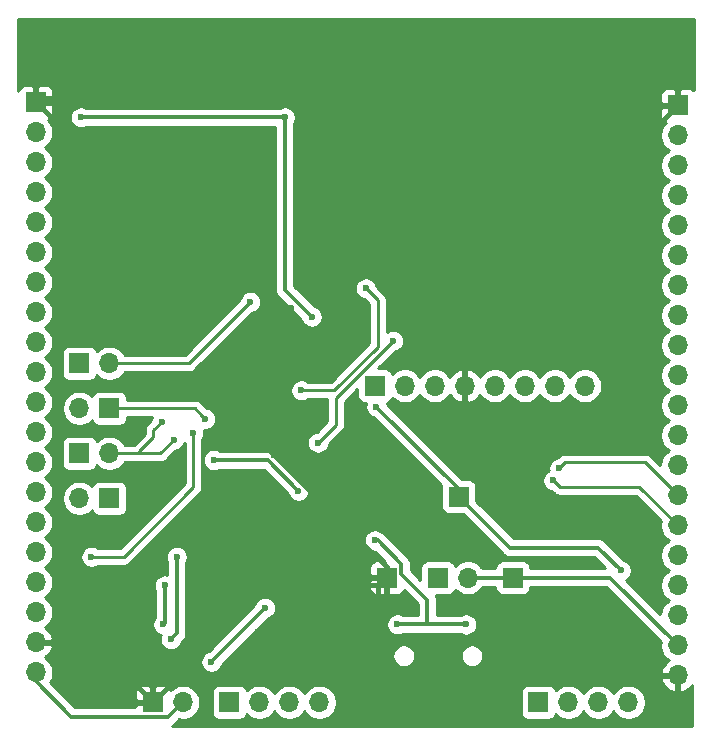
<source format=gbr>
%TF.GenerationSoftware,KiCad,Pcbnew,(5.1.9)-1*%
%TF.CreationDate,2021-03-31T16:36:21-07:00*%
%TF.ProjectId,esp32_sensor,65737033-325f-4736-956e-736f722e6b69,v0.0.3c*%
%TF.SameCoordinates,Original*%
%TF.FileFunction,Copper,L2,Bot*%
%TF.FilePolarity,Positive*%
%FSLAX46Y46*%
G04 Gerber Fmt 4.6, Leading zero omitted, Abs format (unit mm)*
G04 Created by KiCad (PCBNEW (5.1.9)-1) date 2021-03-31 16:36:21*
%MOMM*%
%LPD*%
G01*
G04 APERTURE LIST*
%TA.AperFunction,ComponentPad*%
%ADD10O,1.700000X1.700000*%
%TD*%
%TA.AperFunction,ComponentPad*%
%ADD11R,1.700000X1.700000*%
%TD*%
%TA.AperFunction,ViaPad*%
%ADD12C,0.600000*%
%TD*%
%TA.AperFunction,Conductor*%
%ADD13C,0.400000*%
%TD*%
%TA.AperFunction,Conductor*%
%ADD14C,0.200000*%
%TD*%
%TA.AperFunction,Conductor*%
%ADD15C,0.220000*%
%TD*%
%TA.AperFunction,Conductor*%
%ADD16C,0.350000*%
%TD*%
%TA.AperFunction,Conductor*%
%ADD17C,0.254000*%
%TD*%
%TA.AperFunction,Conductor*%
%ADD18C,0.100000*%
%TD*%
G04 APERTURE END LIST*
D10*
%TO.P,J_PW_2,2*%
%TO.N,VDD*%
X97536000Y-127127000D03*
D11*
%TO.P,J_PW_2,1*%
%TO.N,GND*%
X94996000Y-127127000D03*
%TD*%
D10*
%TO.P,J_7,2*%
%TO.N,/ESP32 Chip/ESP32_Pin14*%
X88773000Y-109855000D03*
D11*
%TO.P,J_7,1*%
%TO.N,/IMU/IMU_SDA*%
X91313000Y-109855000D03*
%TD*%
D10*
%TO.P,J_6,2*%
%TO.N,/IMU/IMU_SCL*%
X91313000Y-106045000D03*
D11*
%TO.P,J_6,1*%
%TO.N,/ESP32 Chip/ESP32_Pin13*%
X88773000Y-106045000D03*
%TD*%
D10*
%TO.P,J_5,2*%
%TO.N,/ESP32 Chip/ESP32_Pin12*%
X88773000Y-102235000D03*
D11*
%TO.P,J_5,1*%
%TO.N,/IMU/IMU_INT1*%
X91313000Y-102235000D03*
%TD*%
D10*
%TO.P,J_4,2*%
%TO.N,/IMU/IMU_INT2*%
X91313000Y-98425000D03*
D11*
%TO.P,J_4,1*%
%TO.N,/ESP32 Chip/ESP32_Pin11*%
X88773000Y-98425000D03*
%TD*%
D10*
%TO.P,J_3,8*%
%TO.N,/ESP32 Chip/ESP32_Pin22*%
X131572000Y-100330000D03*
%TO.P,J_3,7*%
%TO.N,/ESP32 Chip/ESP32_Pin21*%
X129032000Y-100330000D03*
%TO.P,J_3,6*%
%TO.N,/ESP32 Chip/ESP32_Pin20*%
X126492000Y-100330000D03*
%TO.P,J_3,5*%
%TO.N,+3V3*%
X123952000Y-100330000D03*
%TO.P,J_3,4*%
%TO.N,GND*%
X121412000Y-100330000D03*
%TO.P,J_3,3*%
%TO.N,/ESP32 Chip/ESP32_Pin19*%
X118872000Y-100330000D03*
%TO.P,J_3,2*%
%TO.N,/ESP32 Chip/ESP32_Pin18*%
X116332000Y-100330000D03*
D11*
%TO.P,J_3,1*%
%TO.N,/ESP32 Chip/ESP32_Pin17*%
X113792000Y-100330000D03*
%TD*%
D10*
%TO.P,J_2,20*%
%TO.N,GND*%
X139446000Y-124841000D03*
%TO.P,J_2,19*%
%TO.N,VS*%
X139446000Y-122301000D03*
%TO.P,J_2,18*%
%TO.N,Net-(J_2-Pad18)*%
X139446000Y-119761000D03*
%TO.P,J_2,17*%
%TO.N,+3V3*%
X139446000Y-117221000D03*
%TO.P,J_2,16*%
%TO.N,/ESP32 Chip/ESP32_Pin23*%
X139446000Y-114681000D03*
%TO.P,J_2,15*%
%TO.N,/ESP32 Chip/ESP32_Pin24*%
X139446000Y-112141000D03*
%TO.P,J_2,14*%
%TO.N,/ESP32 Chip/ESP32_Pin25*%
X139446000Y-109601000D03*
%TO.P,J_2,13*%
%TO.N,/ESP32 Chip/ESP32_Pin26*%
X139446000Y-107061000D03*
%TO.P,J_2,12*%
%TO.N,/ESP32 Chip/ESP32_Pin27*%
X139446000Y-104521000D03*
%TO.P,J_2,11*%
%TO.N,/ESP32 Chip/ESP32_Pin28*%
X139446000Y-101981000D03*
%TO.P,J_2,10*%
%TO.N,/ESP32 Chip/ESP32_Pin29*%
X139446000Y-99441000D03*
%TO.P,J_2,9*%
%TO.N,/ESP32 Chip/ESP32_Pin30*%
X139446000Y-96901000D03*
%TO.P,J_2,8*%
%TO.N,/ESP32 Chip/ESP32_Pin31*%
X139446000Y-94361000D03*
%TO.P,J_2,7*%
%TO.N,Net-(J_2-Pad7)*%
X139446000Y-91821000D03*
%TO.P,J_2,6*%
%TO.N,/ESP32 Chip/ESP32_Pin33*%
X139446000Y-89281000D03*
%TO.P,J_2,5*%
%TO.N,/ESP32 Chip/ESP32_RX0*%
X139446000Y-86741000D03*
%TO.P,J_2,4*%
%TO.N,/ESP32 Chip/ESP32_TX0*%
X139446000Y-84201000D03*
%TO.P,J_2,3*%
%TO.N,/ESP32 Chip/ESP32_Pin36*%
X139446000Y-81661000D03*
%TO.P,J_2,2*%
%TO.N,/ESP32 Chip/ESP32_Pin37*%
X139446000Y-79121000D03*
D11*
%TO.P,J_2,1*%
%TO.N,GND*%
X139446000Y-76581000D03*
%TD*%
D10*
%TO.P,J_1,20*%
%TO.N,VDD*%
X85090000Y-124587000D03*
%TO.P,J_1,19*%
%TO.N,GND*%
X85090000Y-122047000D03*
%TO.P,J_1,18*%
%TO.N,Net-(J_1-Pad18)*%
X85090000Y-119507000D03*
%TO.P,J_1,17*%
%TO.N,/IMU/IMU_SDO_SAO*%
X85090000Y-116967000D03*
%TO.P,J_1,16*%
%TO.N,/ESP32 Chip/ESP32_Pin16*%
X85090000Y-114427000D03*
%TO.P,J_1,15*%
%TO.N,Net-(J_1-Pad15)*%
X85090000Y-111887000D03*
%TO.P,J_1,14*%
%TO.N,/ESP32 Chip/ESP32_Pin14*%
X85090000Y-109347000D03*
%TO.P,J_1,13*%
%TO.N,/ESP32 Chip/ESP32_Pin13*%
X85090000Y-106807000D03*
%TO.P,J_1,12*%
%TO.N,/ESP32 Chip/ESP32_Pin12*%
X85090000Y-104267000D03*
%TO.P,J_1,11*%
%TO.N,/ESP32 Chip/ESP32_Pin11*%
X85090000Y-101727000D03*
%TO.P,J_1,10*%
%TO.N,/ESP32 Chip/ESP32_Pin10*%
X85090000Y-99187000D03*
%TO.P,J_1,9*%
%TO.N,/ESP32 Chip/ESP32_Pin9*%
X85090000Y-96647000D03*
%TO.P,J_1,8*%
%TO.N,/ESP32 Chip/ESP32_Pin8*%
X85090000Y-94107000D03*
%TO.P,J_1,7*%
%TO.N,/ESP32 Chip/ESP32_Pin7*%
X85090000Y-91567000D03*
%TO.P,J_1,6*%
%TO.N,/ESP32 Chip/ESP32_Pin6*%
X85090000Y-89027000D03*
%TO.P,J_1,5*%
%TO.N,/ESP32 Chip/ESP32_Pin5*%
X85090000Y-86487000D03*
%TO.P,J_1,4*%
%TO.N,/ESP32 Chip/ESP32_Pin4*%
X85090000Y-83947000D03*
%TO.P,J_1,3*%
%TO.N,/ESP32 Chip/ESP32_EN*%
X85090000Y-81407000D03*
%TO.P,J_1,2*%
%TO.N,+3V3*%
X85090000Y-78867000D03*
D11*
%TO.P,J_1,1*%
%TO.N,GND*%
X85090000Y-76327000D03*
%TD*%
%TO.P,J_PW_3,1*%
%TO.N,+3V3*%
X120904000Y-109728000D03*
%TD*%
D10*
%TO.P,J_PW_1,2*%
%TO.N,VS*%
X121666000Y-116586000D03*
D11*
%TO.P,J_PW_1,1*%
%TO.N,+BATT*%
X119126000Y-116586000D03*
%TD*%
%TO.P,J_CN_4,1*%
%TO.N,GND*%
X114808000Y-116586000D03*
%TD*%
%TO.P,J_CN_3,1*%
%TO.N,VS*%
X125476000Y-116586000D03*
%TD*%
D10*
%TO.P,J_CN_2,4*%
%TO.N,Net-(J_CN_2-Pad4)*%
X109093000Y-127127000D03*
%TO.P,J_CN_2,3*%
%TO.N,Net-(J_CN_2-Pad3)*%
X106553000Y-127127000D03*
%TO.P,J_CN_2,2*%
%TO.N,Net-(J_CN_2-Pad2)*%
X104013000Y-127127000D03*
D11*
%TO.P,J_CN_2,1*%
%TO.N,Net-(J_CN_2-Pad1)*%
X101473000Y-127127000D03*
%TD*%
D10*
%TO.P,J_CN_1,4*%
%TO.N,Net-(J_CN_1-Pad4)*%
X135255000Y-127127000D03*
%TO.P,J_CN_1,3*%
%TO.N,Net-(J_CN_1-Pad3)*%
X132715000Y-127127000D03*
%TO.P,J_CN_1,2*%
%TO.N,Net-(J_CN_1-Pad2)*%
X130175000Y-127127000D03*
D11*
%TO.P,J_CN_1,1*%
%TO.N,Net-(J_CN_1-Pad1)*%
X127635000Y-127127000D03*
%TD*%
D12*
%TO.N,GND*%
X110617000Y-75946000D03*
X106680000Y-93726000D03*
X123587000Y-83700000D03*
X105283000Y-106172000D03*
X99695000Y-117221000D03*
X99695000Y-122428000D03*
X101854000Y-98044000D03*
X95504000Y-113665000D03*
X114016000Y-126620000D03*
X124236000Y-126620000D03*
X100457000Y-102362000D03*
X96266000Y-84709000D03*
%TO.N,+3V3*%
X113919000Y-102108000D03*
X100139500Y-106616500D03*
X107315000Y-109220000D03*
X108458000Y-94488000D03*
X134620000Y-115951000D03*
X106172000Y-77597000D03*
X88900000Y-77597000D03*
%TO.N,Net-(C_PW_2-Pad1)*%
X99949000Y-123698000D03*
X104495600Y-119126000D03*
%TO.N,Net-(C_PW_3-Pad2)*%
X95885000Y-120523000D03*
X96012000Y-117221000D03*
%TO.N,Net-(C_PW_5-Pad1)*%
X96520000Y-121793000D03*
X97028000Y-114808000D03*
%TO.N,VS*%
X113779300Y-113423700D03*
X115697000Y-120523000D03*
X121526000Y-120536000D03*
%TO.N,/IMU/IMU_SDO_SAO*%
X89789000Y-114808000D03*
X98418252Y-104333904D03*
%TO.N,/ESP32 Chip/ESP32_Pin16*%
X108979001Y-105142999D03*
X115343998Y-96520000D03*
%TO.N,/ESP32 Chip/ESP32_Pin24*%
X128905000Y-108331000D03*
%TO.N,/ESP32 Chip/ESP32_Pin25*%
X129413000Y-107315000D03*
%TO.N,/IMU/IMU_INT2*%
X103251000Y-93218000D03*
X113030000Y-92075000D03*
X107569000Y-100711000D03*
%TO.N,/IMU/IMU_INT1*%
X99441000Y-103124000D03*
%TO.N,/IMU/IMU_SCL*%
X96774000Y-104902000D03*
X95758000Y-103378000D03*
%TD*%
D13*
%TO.N,GND*%
X85471000Y-75946000D02*
X85090000Y-76327000D01*
X110617000Y-75946000D02*
X85471000Y-75946000D01*
X85090000Y-76327000D02*
X87884000Y-79121000D01*
X87884000Y-79121000D02*
X90678000Y-79121000D01*
X90678000Y-79121000D02*
X95123000Y-83566000D01*
X89916000Y-122047000D02*
X94996000Y-127127000D01*
X85090000Y-122047000D02*
X89916000Y-122047000D01*
X106680000Y-93726000D02*
X105283000Y-93726000D01*
X105156000Y-93599000D02*
X105156000Y-94615000D01*
X105283000Y-93726000D02*
X105156000Y-93599000D01*
X121412000Y-85875000D02*
X123587000Y-83700000D01*
X121412000Y-100330000D02*
X121412000Y-85875000D01*
X118371000Y-83700000D02*
X110617000Y-75946000D01*
X123587000Y-83700000D02*
X118371000Y-83700000D01*
X132327000Y-83700000D02*
X139446000Y-76581000D01*
X123587000Y-83700000D02*
X132327000Y-83700000D01*
X102743000Y-103632000D02*
X105283000Y-106172000D01*
X99695000Y-122428000D02*
X94996000Y-127127000D01*
X99695000Y-117221000D02*
X99695000Y-122428000D01*
D14*
X114173000Y-117221000D02*
X114808000Y-116586000D01*
D13*
X99695000Y-117221000D02*
X114173000Y-117221000D01*
D14*
X114808000Y-116586000D02*
X114808000Y-115697000D01*
D13*
X102743000Y-103632000D02*
X101727000Y-103632000D01*
X100076000Y-101981000D02*
X100076000Y-99695000D01*
X101790500Y-97980500D02*
X101854000Y-98044000D01*
X100076000Y-99695000D02*
X101790500Y-97980500D01*
X101790500Y-97980500D02*
X105156000Y-94615000D01*
D15*
X95504000Y-113665000D02*
X96075500Y-113093500D01*
D13*
X112204500Y-113093500D02*
X105283000Y-106172000D01*
D15*
X96075500Y-113093500D02*
X112204500Y-113093500D01*
D13*
X114808000Y-115697000D02*
X112204500Y-113093500D01*
X114016000Y-126620000D02*
X124236000Y-126620000D01*
X114016000Y-117378000D02*
X114808000Y-116586000D01*
X114016000Y-126620000D02*
X114016000Y-117378000D01*
X100457000Y-102362000D02*
X100076000Y-101981000D01*
X101727000Y-103632000D02*
X100457000Y-102362000D01*
X96266000Y-84709000D02*
X95123000Y-83566000D01*
X105156000Y-93599000D02*
X96266000Y-84709000D01*
D16*
%TO.N,+3V3*%
X123952000Y-100330000D02*
X123444000Y-100330000D01*
X120904000Y-109093000D02*
X120904000Y-109728000D01*
X113919000Y-102108000D02*
X120904000Y-109093000D01*
X100139500Y-106616500D02*
X104711500Y-106616500D01*
X104711500Y-106616500D02*
X107315000Y-109220000D01*
X108458000Y-94488000D02*
X106172000Y-92202000D01*
X106172000Y-92202000D02*
X106172000Y-77597000D01*
X134620000Y-115951000D02*
X132715000Y-114046000D01*
X125222000Y-114046000D02*
X120904000Y-109728000D01*
X132715000Y-114046000D02*
X125222000Y-114046000D01*
X106172000Y-77597000D02*
X88900000Y-77597000D01*
%TO.N,VDD*%
X96310999Y-128352001D02*
X88093001Y-128352001D01*
X97536000Y-127127000D02*
X96310999Y-128352001D01*
X85090000Y-125349000D02*
X85090000Y-124587000D01*
X88093001Y-128352001D02*
X85090000Y-125349000D01*
%TO.N,Net-(C_PW_2-Pad1)*%
X99949000Y-123698000D02*
X102997000Y-120650000D01*
X102997000Y-120624600D02*
X104495600Y-119126000D01*
X102997000Y-120650000D02*
X102997000Y-120624600D01*
%TO.N,Net-(C_PW_3-Pad2)*%
X96012000Y-120396000D02*
X95885000Y-120523000D01*
X96012000Y-117221000D02*
X96012000Y-120396000D01*
%TO.N,Net-(C_PW_5-Pad1)*%
X96520000Y-121793000D02*
X97028000Y-121285000D01*
X97028000Y-121285000D02*
X97028000Y-114808000D01*
%TO.N,VS*%
X121666000Y-116586000D02*
X125476000Y-116586000D01*
X133731000Y-116586000D02*
X139446000Y-122301000D01*
X125476000Y-116586000D02*
X133731000Y-116586000D01*
X116033001Y-116287001D02*
X116033001Y-115435999D01*
X114020702Y-113423700D02*
X113779300Y-113423700D01*
X116033001Y-115435999D02*
X114020702Y-113423700D01*
X121513000Y-120523000D02*
X121526000Y-120536000D01*
X118237000Y-120523000D02*
X118237000Y-118491000D01*
X118237000Y-118491000D02*
X116033001Y-116287001D01*
X115697000Y-120523000D02*
X118237000Y-120523000D01*
X118237000Y-120523000D02*
X121513000Y-120523000D01*
D15*
%TO.N,/IMU/IMU_SDO_SAO*%
X92522802Y-114808000D02*
X98425000Y-108905802D01*
X89789000Y-114808000D02*
X92522802Y-114808000D01*
X98425000Y-104340652D02*
X98418252Y-104333904D01*
X98425000Y-108905802D02*
X98425000Y-104340652D01*
%TO.N,/ESP32 Chip/ESP32_Pin16*%
X110490000Y-101373998D02*
X115343998Y-96520000D01*
X110490000Y-103632000D02*
X110490000Y-101373998D01*
X110490000Y-103632000D02*
X108979001Y-105142999D01*
%TO.N,/ESP32 Chip/ESP32_Pin24*%
X136196001Y-108891001D02*
X139446000Y-112141000D01*
X129465001Y-108891001D02*
X136196001Y-108891001D01*
X128905000Y-108331000D02*
X129465001Y-108891001D01*
%TO.N,/ESP32 Chip/ESP32_Pin25*%
X136652000Y-106807000D02*
X139446000Y-109601000D01*
X131826000Y-106807000D02*
X136652000Y-106807000D01*
X129921000Y-106807000D02*
X129413000Y-107315000D01*
X131826000Y-106807000D02*
X129921000Y-106807000D01*
%TO.N,/IMU/IMU_INT2*%
X91313000Y-98425000D02*
X98044000Y-98425000D01*
X98044000Y-98425000D02*
X103251000Y-93218000D01*
X114046000Y-93091000D02*
X113030000Y-92075000D01*
X114046000Y-97028000D02*
X114046000Y-93091000D01*
X110363000Y-100711000D02*
X114046000Y-97028000D01*
X107569000Y-100711000D02*
X110363000Y-100711000D01*
%TO.N,/IMU/IMU_INT1*%
X98552000Y-102235000D02*
X91313000Y-102235000D01*
X99187000Y-102870000D02*
X98552000Y-102235000D01*
X99187000Y-102870000D02*
X99441000Y-103124000D01*
%TO.N,/IMU/IMU_SCL*%
X95631000Y-106045000D02*
X96774000Y-104902000D01*
X94615000Y-106045000D02*
X95631000Y-106045000D01*
X93853000Y-105869958D02*
X93853000Y-106045000D01*
X95035479Y-104687479D02*
X93853000Y-105869958D01*
X93853000Y-106045000D02*
X91313000Y-106045000D01*
X94615000Y-106045000D02*
X93853000Y-106045000D01*
X95035479Y-104100521D02*
X95758000Y-103378000D01*
X95035479Y-104687479D02*
X95035479Y-104100521D01*
%TD*%
D17*
%TO.N,GND*%
X140778027Y-75317396D02*
X140747185Y-75279815D01*
X140650494Y-75200463D01*
X140540180Y-75141498D01*
X140420482Y-75105188D01*
X140296000Y-75092928D01*
X139731750Y-75096000D01*
X139573000Y-75254750D01*
X139573000Y-76454000D01*
X139593000Y-76454000D01*
X139593000Y-76708000D01*
X139573000Y-76708000D01*
X139573000Y-76728000D01*
X139319000Y-76728000D01*
X139319000Y-76708000D01*
X138119750Y-76708000D01*
X137961000Y-76866750D01*
X137957928Y-77431000D01*
X137970188Y-77555482D01*
X138006498Y-77675180D01*
X138065463Y-77785494D01*
X138144815Y-77882185D01*
X138241506Y-77961537D01*
X138351820Y-78020502D01*
X138424380Y-78042513D01*
X138292525Y-78174368D01*
X138130010Y-78417589D01*
X138018068Y-78687842D01*
X137961000Y-78974740D01*
X137961000Y-79267260D01*
X138018068Y-79554158D01*
X138130010Y-79824411D01*
X138292525Y-80067632D01*
X138499368Y-80274475D01*
X138673760Y-80391000D01*
X138499368Y-80507525D01*
X138292525Y-80714368D01*
X138130010Y-80957589D01*
X138018068Y-81227842D01*
X137961000Y-81514740D01*
X137961000Y-81807260D01*
X138018068Y-82094158D01*
X138130010Y-82364411D01*
X138292525Y-82607632D01*
X138499368Y-82814475D01*
X138673760Y-82931000D01*
X138499368Y-83047525D01*
X138292525Y-83254368D01*
X138130010Y-83497589D01*
X138018068Y-83767842D01*
X137961000Y-84054740D01*
X137961000Y-84347260D01*
X138018068Y-84634158D01*
X138130010Y-84904411D01*
X138292525Y-85147632D01*
X138499368Y-85354475D01*
X138673760Y-85471000D01*
X138499368Y-85587525D01*
X138292525Y-85794368D01*
X138130010Y-86037589D01*
X138018068Y-86307842D01*
X137961000Y-86594740D01*
X137961000Y-86887260D01*
X138018068Y-87174158D01*
X138130010Y-87444411D01*
X138292525Y-87687632D01*
X138499368Y-87894475D01*
X138673760Y-88011000D01*
X138499368Y-88127525D01*
X138292525Y-88334368D01*
X138130010Y-88577589D01*
X138018068Y-88847842D01*
X137961000Y-89134740D01*
X137961000Y-89427260D01*
X138018068Y-89714158D01*
X138130010Y-89984411D01*
X138292525Y-90227632D01*
X138499368Y-90434475D01*
X138673760Y-90551000D01*
X138499368Y-90667525D01*
X138292525Y-90874368D01*
X138130010Y-91117589D01*
X138018068Y-91387842D01*
X137961000Y-91674740D01*
X137961000Y-91967260D01*
X138018068Y-92254158D01*
X138130010Y-92524411D01*
X138292525Y-92767632D01*
X138499368Y-92974475D01*
X138673760Y-93091000D01*
X138499368Y-93207525D01*
X138292525Y-93414368D01*
X138130010Y-93657589D01*
X138018068Y-93927842D01*
X137961000Y-94214740D01*
X137961000Y-94507260D01*
X138018068Y-94794158D01*
X138130010Y-95064411D01*
X138292525Y-95307632D01*
X138499368Y-95514475D01*
X138673760Y-95631000D01*
X138499368Y-95747525D01*
X138292525Y-95954368D01*
X138130010Y-96197589D01*
X138018068Y-96467842D01*
X137961000Y-96754740D01*
X137961000Y-97047260D01*
X138018068Y-97334158D01*
X138130010Y-97604411D01*
X138292525Y-97847632D01*
X138499368Y-98054475D01*
X138673760Y-98171000D01*
X138499368Y-98287525D01*
X138292525Y-98494368D01*
X138130010Y-98737589D01*
X138018068Y-99007842D01*
X137961000Y-99294740D01*
X137961000Y-99587260D01*
X138018068Y-99874158D01*
X138130010Y-100144411D01*
X138292525Y-100387632D01*
X138499368Y-100594475D01*
X138673760Y-100711000D01*
X138499368Y-100827525D01*
X138292525Y-101034368D01*
X138130010Y-101277589D01*
X138018068Y-101547842D01*
X137961000Y-101834740D01*
X137961000Y-102127260D01*
X138018068Y-102414158D01*
X138130010Y-102684411D01*
X138292525Y-102927632D01*
X138499368Y-103134475D01*
X138673760Y-103251000D01*
X138499368Y-103367525D01*
X138292525Y-103574368D01*
X138130010Y-103817589D01*
X138018068Y-104087842D01*
X137961000Y-104374740D01*
X137961000Y-104667260D01*
X138018068Y-104954158D01*
X138130010Y-105224411D01*
X138292525Y-105467632D01*
X138499368Y-105674475D01*
X138673760Y-105791000D01*
X138499368Y-105907525D01*
X138292525Y-106114368D01*
X138130010Y-106357589D01*
X138018068Y-106627842D01*
X137961000Y-106914740D01*
X137961000Y-107062411D01*
X137204669Y-106306080D01*
X137181343Y-106277657D01*
X137067902Y-106184559D01*
X136938478Y-106115380D01*
X136798045Y-106072780D01*
X136688592Y-106062000D01*
X136688590Y-106062000D01*
X136652000Y-106058396D01*
X136615410Y-106062000D01*
X129957581Y-106062000D01*
X129920999Y-106058397D01*
X129884417Y-106062000D01*
X129884408Y-106062000D01*
X129774955Y-106072780D01*
X129634522Y-106115380D01*
X129634520Y-106115381D01*
X129505097Y-106184559D01*
X129435133Y-106241978D01*
X129391657Y-106277657D01*
X129368331Y-106306080D01*
X129287831Y-106386580D01*
X129140271Y-106415932D01*
X128970111Y-106486414D01*
X128816972Y-106588738D01*
X128686738Y-106718972D01*
X128584414Y-106872111D01*
X128513932Y-107042271D01*
X128478000Y-107222911D01*
X128478000Y-107407089D01*
X128494309Y-107489077D01*
X128462111Y-107502414D01*
X128308972Y-107604738D01*
X128178738Y-107734972D01*
X128076414Y-107888111D01*
X128005932Y-108058271D01*
X127970000Y-108238911D01*
X127970000Y-108423089D01*
X128005932Y-108603729D01*
X128076414Y-108773889D01*
X128178738Y-108927028D01*
X128308972Y-109057262D01*
X128462111Y-109159586D01*
X128632271Y-109230068D01*
X128779831Y-109259420D01*
X128912332Y-109391921D01*
X128935658Y-109420344D01*
X128964080Y-109443669D01*
X129049098Y-109513442D01*
X129082832Y-109531473D01*
X129178523Y-109582621D01*
X129318956Y-109625221D01*
X129428409Y-109636001D01*
X129428410Y-109636001D01*
X129465000Y-109639605D01*
X129501590Y-109636001D01*
X135887412Y-109636001D01*
X138008310Y-111756899D01*
X137961000Y-111994740D01*
X137961000Y-112287260D01*
X138018068Y-112574158D01*
X138130010Y-112844411D01*
X138292525Y-113087632D01*
X138499368Y-113294475D01*
X138673760Y-113411000D01*
X138499368Y-113527525D01*
X138292525Y-113734368D01*
X138130010Y-113977589D01*
X138018068Y-114247842D01*
X137961000Y-114534740D01*
X137961000Y-114827260D01*
X138018068Y-115114158D01*
X138130010Y-115384411D01*
X138292525Y-115627632D01*
X138499368Y-115834475D01*
X138673760Y-115951000D01*
X138499368Y-116067525D01*
X138292525Y-116274368D01*
X138130010Y-116517589D01*
X138018068Y-116787842D01*
X137961000Y-117074740D01*
X137961000Y-117367260D01*
X138018068Y-117654158D01*
X138130010Y-117924411D01*
X138292525Y-118167632D01*
X138499368Y-118374475D01*
X138673760Y-118491000D01*
X138499368Y-118607525D01*
X138292525Y-118814368D01*
X138130010Y-119057589D01*
X138018068Y-119327842D01*
X137961000Y-119614740D01*
X137961000Y-119670487D01*
X135067211Y-116776698D01*
X135216028Y-116677262D01*
X135346262Y-116547028D01*
X135448586Y-116393889D01*
X135519068Y-116223729D01*
X135555000Y-116043089D01*
X135555000Y-115858911D01*
X135519068Y-115678271D01*
X135448586Y-115508111D01*
X135346262Y-115354972D01*
X135216028Y-115224738D01*
X135062889Y-115122414D01*
X134892729Y-115051932D01*
X134859918Y-115045405D01*
X133315899Y-113501387D01*
X133290528Y-113470472D01*
X133167189Y-113369251D01*
X133026473Y-113294037D01*
X132873788Y-113247720D01*
X132754791Y-113236000D01*
X132754788Y-113236000D01*
X132715000Y-113232081D01*
X132675212Y-113236000D01*
X125557513Y-113236000D01*
X122392072Y-110070560D01*
X122392072Y-108878000D01*
X122379812Y-108753518D01*
X122343502Y-108633820D01*
X122284537Y-108523506D01*
X122205185Y-108426815D01*
X122108494Y-108347463D01*
X121998180Y-108288498D01*
X121878482Y-108252188D01*
X121754000Y-108239928D01*
X121196441Y-108239928D01*
X114824595Y-101868083D01*
X114818068Y-101835271D01*
X114801470Y-101795199D01*
X114886180Y-101769502D01*
X114996494Y-101710537D01*
X115093185Y-101631185D01*
X115172537Y-101534494D01*
X115231502Y-101424180D01*
X115253513Y-101351620D01*
X115385368Y-101483475D01*
X115628589Y-101645990D01*
X115898842Y-101757932D01*
X116185740Y-101815000D01*
X116478260Y-101815000D01*
X116765158Y-101757932D01*
X117035411Y-101645990D01*
X117278632Y-101483475D01*
X117485475Y-101276632D01*
X117602000Y-101102240D01*
X117718525Y-101276632D01*
X117925368Y-101483475D01*
X118168589Y-101645990D01*
X118438842Y-101757932D01*
X118725740Y-101815000D01*
X119018260Y-101815000D01*
X119305158Y-101757932D01*
X119575411Y-101645990D01*
X119818632Y-101483475D01*
X120025475Y-101276632D01*
X120147195Y-101094466D01*
X120216822Y-101211355D01*
X120411731Y-101427588D01*
X120645080Y-101601641D01*
X120907901Y-101726825D01*
X121055110Y-101771476D01*
X121285000Y-101650155D01*
X121285000Y-100457000D01*
X121265000Y-100457000D01*
X121265000Y-100203000D01*
X121285000Y-100203000D01*
X121285000Y-99009845D01*
X121539000Y-99009845D01*
X121539000Y-100203000D01*
X121559000Y-100203000D01*
X121559000Y-100457000D01*
X121539000Y-100457000D01*
X121539000Y-101650155D01*
X121768890Y-101771476D01*
X121916099Y-101726825D01*
X122178920Y-101601641D01*
X122412269Y-101427588D01*
X122607178Y-101211355D01*
X122676805Y-101094466D01*
X122798525Y-101276632D01*
X123005368Y-101483475D01*
X123248589Y-101645990D01*
X123518842Y-101757932D01*
X123805740Y-101815000D01*
X124098260Y-101815000D01*
X124385158Y-101757932D01*
X124655411Y-101645990D01*
X124898632Y-101483475D01*
X125105475Y-101276632D01*
X125222000Y-101102240D01*
X125338525Y-101276632D01*
X125545368Y-101483475D01*
X125788589Y-101645990D01*
X126058842Y-101757932D01*
X126345740Y-101815000D01*
X126638260Y-101815000D01*
X126925158Y-101757932D01*
X127195411Y-101645990D01*
X127438632Y-101483475D01*
X127645475Y-101276632D01*
X127762000Y-101102240D01*
X127878525Y-101276632D01*
X128085368Y-101483475D01*
X128328589Y-101645990D01*
X128598842Y-101757932D01*
X128885740Y-101815000D01*
X129178260Y-101815000D01*
X129465158Y-101757932D01*
X129735411Y-101645990D01*
X129978632Y-101483475D01*
X130185475Y-101276632D01*
X130302000Y-101102240D01*
X130418525Y-101276632D01*
X130625368Y-101483475D01*
X130868589Y-101645990D01*
X131138842Y-101757932D01*
X131425740Y-101815000D01*
X131718260Y-101815000D01*
X132005158Y-101757932D01*
X132275411Y-101645990D01*
X132518632Y-101483475D01*
X132725475Y-101276632D01*
X132887990Y-101033411D01*
X132999932Y-100763158D01*
X133057000Y-100476260D01*
X133057000Y-100183740D01*
X132999932Y-99896842D01*
X132887990Y-99626589D01*
X132725475Y-99383368D01*
X132518632Y-99176525D01*
X132275411Y-99014010D01*
X132005158Y-98902068D01*
X131718260Y-98845000D01*
X131425740Y-98845000D01*
X131138842Y-98902068D01*
X130868589Y-99014010D01*
X130625368Y-99176525D01*
X130418525Y-99383368D01*
X130302000Y-99557760D01*
X130185475Y-99383368D01*
X129978632Y-99176525D01*
X129735411Y-99014010D01*
X129465158Y-98902068D01*
X129178260Y-98845000D01*
X128885740Y-98845000D01*
X128598842Y-98902068D01*
X128328589Y-99014010D01*
X128085368Y-99176525D01*
X127878525Y-99383368D01*
X127762000Y-99557760D01*
X127645475Y-99383368D01*
X127438632Y-99176525D01*
X127195411Y-99014010D01*
X126925158Y-98902068D01*
X126638260Y-98845000D01*
X126345740Y-98845000D01*
X126058842Y-98902068D01*
X125788589Y-99014010D01*
X125545368Y-99176525D01*
X125338525Y-99383368D01*
X125222000Y-99557760D01*
X125105475Y-99383368D01*
X124898632Y-99176525D01*
X124655411Y-99014010D01*
X124385158Y-98902068D01*
X124098260Y-98845000D01*
X123805740Y-98845000D01*
X123518842Y-98902068D01*
X123248589Y-99014010D01*
X123005368Y-99176525D01*
X122798525Y-99383368D01*
X122676805Y-99565534D01*
X122607178Y-99448645D01*
X122412269Y-99232412D01*
X122178920Y-99058359D01*
X121916099Y-98933175D01*
X121768890Y-98888524D01*
X121539000Y-99009845D01*
X121285000Y-99009845D01*
X121055110Y-98888524D01*
X120907901Y-98933175D01*
X120645080Y-99058359D01*
X120411731Y-99232412D01*
X120216822Y-99448645D01*
X120147195Y-99565534D01*
X120025475Y-99383368D01*
X119818632Y-99176525D01*
X119575411Y-99014010D01*
X119305158Y-98902068D01*
X119018260Y-98845000D01*
X118725740Y-98845000D01*
X118438842Y-98902068D01*
X118168589Y-99014010D01*
X117925368Y-99176525D01*
X117718525Y-99383368D01*
X117602000Y-99557760D01*
X117485475Y-99383368D01*
X117278632Y-99176525D01*
X117035411Y-99014010D01*
X116765158Y-98902068D01*
X116478260Y-98845000D01*
X116185740Y-98845000D01*
X115898842Y-98902068D01*
X115628589Y-99014010D01*
X115385368Y-99176525D01*
X115253513Y-99308380D01*
X115231502Y-99235820D01*
X115172537Y-99125506D01*
X115093185Y-99028815D01*
X114996494Y-98949463D01*
X114886180Y-98890498D01*
X114766482Y-98854188D01*
X114642000Y-98841928D01*
X114075659Y-98841928D01*
X115469167Y-97448420D01*
X115616727Y-97419068D01*
X115786887Y-97348586D01*
X115940026Y-97246262D01*
X116070260Y-97116028D01*
X116172584Y-96962889D01*
X116243066Y-96792729D01*
X116278998Y-96612089D01*
X116278998Y-96427911D01*
X116243066Y-96247271D01*
X116172584Y-96077111D01*
X116070260Y-95923972D01*
X115940026Y-95793738D01*
X115786887Y-95691414D01*
X115616727Y-95620932D01*
X115436087Y-95585000D01*
X115251909Y-95585000D01*
X115071269Y-95620932D01*
X114901109Y-95691414D01*
X114791000Y-95764986D01*
X114791000Y-93127590D01*
X114794604Y-93091000D01*
X114786626Y-93010000D01*
X114780220Y-92944955D01*
X114737620Y-92804522D01*
X114675689Y-92688658D01*
X114668441Y-92675097D01*
X114598669Y-92590079D01*
X114598664Y-92590074D01*
X114575343Y-92561657D01*
X114546925Y-92538335D01*
X113958420Y-91949830D01*
X113929068Y-91802271D01*
X113858586Y-91632111D01*
X113756262Y-91478972D01*
X113626028Y-91348738D01*
X113472889Y-91246414D01*
X113302729Y-91175932D01*
X113122089Y-91140000D01*
X112937911Y-91140000D01*
X112757271Y-91175932D01*
X112587111Y-91246414D01*
X112433972Y-91348738D01*
X112303738Y-91478972D01*
X112201414Y-91632111D01*
X112130932Y-91802271D01*
X112095000Y-91982911D01*
X112095000Y-92167089D01*
X112130932Y-92347729D01*
X112201414Y-92517889D01*
X112303738Y-92671028D01*
X112433972Y-92801262D01*
X112587111Y-92903586D01*
X112757271Y-92974068D01*
X112904830Y-93003420D01*
X113301001Y-93399591D01*
X113301000Y-96719411D01*
X110054411Y-99966000D01*
X108136985Y-99966000D01*
X108011889Y-99882414D01*
X107841729Y-99811932D01*
X107661089Y-99776000D01*
X107476911Y-99776000D01*
X107296271Y-99811932D01*
X107126111Y-99882414D01*
X106972972Y-99984738D01*
X106842738Y-100114972D01*
X106740414Y-100268111D01*
X106669932Y-100438271D01*
X106634000Y-100618911D01*
X106634000Y-100803089D01*
X106669932Y-100983729D01*
X106740414Y-101153889D01*
X106842738Y-101307028D01*
X106972972Y-101437262D01*
X107126111Y-101539586D01*
X107296271Y-101610068D01*
X107476911Y-101646000D01*
X107661089Y-101646000D01*
X107841729Y-101610068D01*
X108011889Y-101539586D01*
X108136985Y-101456000D01*
X109745001Y-101456000D01*
X109745000Y-103323411D01*
X108853832Y-104214579D01*
X108706272Y-104243931D01*
X108536112Y-104314413D01*
X108382973Y-104416737D01*
X108252739Y-104546971D01*
X108150415Y-104700110D01*
X108079933Y-104870270D01*
X108044001Y-105050910D01*
X108044001Y-105235088D01*
X108079933Y-105415728D01*
X108150415Y-105585888D01*
X108252739Y-105739027D01*
X108382973Y-105869261D01*
X108536112Y-105971585D01*
X108706272Y-106042067D01*
X108886912Y-106077999D01*
X109071090Y-106077999D01*
X109251730Y-106042067D01*
X109421890Y-105971585D01*
X109575029Y-105869261D01*
X109705263Y-105739027D01*
X109807587Y-105585888D01*
X109878069Y-105415728D01*
X109907421Y-105268168D01*
X110990921Y-104184668D01*
X111019343Y-104161343D01*
X111069258Y-104100521D01*
X111112441Y-104047903D01*
X111155684Y-103967000D01*
X111181620Y-103918478D01*
X111224220Y-103778045D01*
X111235000Y-103668592D01*
X111235000Y-103668583D01*
X111238603Y-103632001D01*
X111235000Y-103595419D01*
X111235000Y-101682587D01*
X112303928Y-100613659D01*
X112303928Y-101180000D01*
X112316188Y-101304482D01*
X112352498Y-101424180D01*
X112411463Y-101534494D01*
X112490815Y-101631185D01*
X112587506Y-101710537D01*
X112697820Y-101769502D01*
X112817518Y-101805812D01*
X112942000Y-101818072D01*
X113027056Y-101818072D01*
X113019932Y-101835271D01*
X112984000Y-102015911D01*
X112984000Y-102200089D01*
X113019932Y-102380729D01*
X113090414Y-102550889D01*
X113192738Y-102704028D01*
X113322972Y-102834262D01*
X113476111Y-102936586D01*
X113646271Y-103007068D01*
X113679083Y-103013595D01*
X119427365Y-108761878D01*
X119415928Y-108878000D01*
X119415928Y-110578000D01*
X119428188Y-110702482D01*
X119464498Y-110822180D01*
X119523463Y-110932494D01*
X119602815Y-111029185D01*
X119699506Y-111108537D01*
X119809820Y-111167502D01*
X119929518Y-111203812D01*
X120054000Y-111216072D01*
X121246560Y-111216072D01*
X124621105Y-114590618D01*
X124646472Y-114621528D01*
X124695733Y-114661955D01*
X124769810Y-114722749D01*
X124838100Y-114759250D01*
X124910527Y-114797963D01*
X125063212Y-114844280D01*
X125182209Y-114856000D01*
X125182211Y-114856000D01*
X125221999Y-114859919D01*
X125261787Y-114856000D01*
X132379488Y-114856000D01*
X133299487Y-115776000D01*
X126964072Y-115776000D01*
X126964072Y-115736000D01*
X126951812Y-115611518D01*
X126915502Y-115491820D01*
X126856537Y-115381506D01*
X126777185Y-115284815D01*
X126680494Y-115205463D01*
X126570180Y-115146498D01*
X126450482Y-115110188D01*
X126326000Y-115097928D01*
X124626000Y-115097928D01*
X124501518Y-115110188D01*
X124381820Y-115146498D01*
X124271506Y-115205463D01*
X124174815Y-115284815D01*
X124095463Y-115381506D01*
X124036498Y-115491820D01*
X124000188Y-115611518D01*
X123987928Y-115736000D01*
X123987928Y-115776000D01*
X122910770Y-115776000D01*
X122819475Y-115639368D01*
X122612632Y-115432525D01*
X122369411Y-115270010D01*
X122099158Y-115158068D01*
X121812260Y-115101000D01*
X121519740Y-115101000D01*
X121232842Y-115158068D01*
X120962589Y-115270010D01*
X120719368Y-115432525D01*
X120587513Y-115564380D01*
X120565502Y-115491820D01*
X120506537Y-115381506D01*
X120427185Y-115284815D01*
X120330494Y-115205463D01*
X120220180Y-115146498D01*
X120100482Y-115110188D01*
X119976000Y-115097928D01*
X118276000Y-115097928D01*
X118151518Y-115110188D01*
X118031820Y-115146498D01*
X117921506Y-115205463D01*
X117824815Y-115284815D01*
X117745463Y-115381506D01*
X117686498Y-115491820D01*
X117650188Y-115611518D01*
X117637928Y-115736000D01*
X117637928Y-116746416D01*
X116843001Y-115951489D01*
X116843001Y-115475790D01*
X116846920Y-115435999D01*
X116831281Y-115277211D01*
X116784964Y-115124525D01*
X116709750Y-114983810D01*
X116633894Y-114891379D01*
X116608529Y-114860471D01*
X116577619Y-114835104D01*
X114621601Y-112879087D01*
X114596230Y-112848172D01*
X114472891Y-112746951D01*
X114355613Y-112684265D01*
X114222189Y-112595114D01*
X114052029Y-112524632D01*
X113871389Y-112488700D01*
X113687211Y-112488700D01*
X113506571Y-112524632D01*
X113336411Y-112595114D01*
X113183272Y-112697438D01*
X113053038Y-112827672D01*
X112950714Y-112980811D01*
X112880232Y-113150971D01*
X112844300Y-113331611D01*
X112844300Y-113515789D01*
X112880232Y-113696429D01*
X112950714Y-113866589D01*
X113053038Y-114019728D01*
X113183272Y-114149962D01*
X113336411Y-114252286D01*
X113506571Y-114322768D01*
X113687211Y-114358700D01*
X113810190Y-114358700D01*
X114680998Y-115229509D01*
X114680998Y-115259748D01*
X114522250Y-115101000D01*
X113958000Y-115097928D01*
X113833518Y-115110188D01*
X113713820Y-115146498D01*
X113603506Y-115205463D01*
X113506815Y-115284815D01*
X113427463Y-115381506D01*
X113368498Y-115491820D01*
X113332188Y-115611518D01*
X113319928Y-115736000D01*
X113323000Y-116300250D01*
X113481750Y-116459000D01*
X114681000Y-116459000D01*
X114681000Y-116439000D01*
X114935000Y-116439000D01*
X114935000Y-116459000D01*
X114955000Y-116459000D01*
X114955000Y-116713000D01*
X114935000Y-116713000D01*
X114935000Y-117912250D01*
X115093750Y-118071000D01*
X115658000Y-118074072D01*
X115782482Y-118061812D01*
X115902180Y-118025502D01*
X116012494Y-117966537D01*
X116109185Y-117887185D01*
X116188537Y-117790494D01*
X116247502Y-117680180D01*
X116255221Y-117654733D01*
X117427001Y-118826514D01*
X117427000Y-119713000D01*
X116167705Y-119713000D01*
X116139889Y-119694414D01*
X115969729Y-119623932D01*
X115789089Y-119588000D01*
X115604911Y-119588000D01*
X115424271Y-119623932D01*
X115254111Y-119694414D01*
X115100972Y-119796738D01*
X114970738Y-119926972D01*
X114868414Y-120080111D01*
X114797932Y-120250271D01*
X114762000Y-120430911D01*
X114762000Y-120615089D01*
X114797932Y-120795729D01*
X114868414Y-120965889D01*
X114970738Y-121119028D01*
X115100972Y-121249262D01*
X115254111Y-121351586D01*
X115424271Y-121422068D01*
X115604911Y-121458000D01*
X115789089Y-121458000D01*
X115969729Y-121422068D01*
X116139889Y-121351586D01*
X116167705Y-121333000D01*
X118197209Y-121333000D01*
X118237000Y-121336919D01*
X118276791Y-121333000D01*
X121035839Y-121333000D01*
X121083111Y-121364586D01*
X121253271Y-121435068D01*
X121433911Y-121471000D01*
X121618089Y-121471000D01*
X121798729Y-121435068D01*
X121968889Y-121364586D01*
X122122028Y-121262262D01*
X122252262Y-121132028D01*
X122354586Y-120978889D01*
X122425068Y-120808729D01*
X122461000Y-120628089D01*
X122461000Y-120443911D01*
X122425068Y-120263271D01*
X122354586Y-120093111D01*
X122252262Y-119939972D01*
X122122028Y-119809738D01*
X121968889Y-119707414D01*
X121798729Y-119636932D01*
X121618089Y-119601000D01*
X121433911Y-119601000D01*
X121253271Y-119636932D01*
X121083111Y-119707414D01*
X121074751Y-119713000D01*
X119047000Y-119713000D01*
X119047000Y-118530787D01*
X119050919Y-118490999D01*
X119046389Y-118445010D01*
X119035280Y-118332212D01*
X118988963Y-118179527D01*
X118935267Y-118079068D01*
X118932597Y-118074072D01*
X119976000Y-118074072D01*
X120100482Y-118061812D01*
X120220180Y-118025502D01*
X120330494Y-117966537D01*
X120427185Y-117887185D01*
X120506537Y-117790494D01*
X120565502Y-117680180D01*
X120587513Y-117607620D01*
X120719368Y-117739475D01*
X120962589Y-117901990D01*
X121232842Y-118013932D01*
X121519740Y-118071000D01*
X121812260Y-118071000D01*
X122099158Y-118013932D01*
X122369411Y-117901990D01*
X122612632Y-117739475D01*
X122819475Y-117532632D01*
X122910770Y-117396000D01*
X123987928Y-117396000D01*
X123987928Y-117436000D01*
X124000188Y-117560482D01*
X124036498Y-117680180D01*
X124095463Y-117790494D01*
X124174815Y-117887185D01*
X124271506Y-117966537D01*
X124381820Y-118025502D01*
X124501518Y-118061812D01*
X124626000Y-118074072D01*
X126326000Y-118074072D01*
X126450482Y-118061812D01*
X126570180Y-118025502D01*
X126680494Y-117966537D01*
X126777185Y-117887185D01*
X126856537Y-117790494D01*
X126915502Y-117680180D01*
X126951812Y-117560482D01*
X126964072Y-117436000D01*
X126964072Y-117396000D01*
X133395488Y-117396000D01*
X137993059Y-121993571D01*
X137961000Y-122154740D01*
X137961000Y-122447260D01*
X138018068Y-122734158D01*
X138130010Y-123004411D01*
X138292525Y-123247632D01*
X138499368Y-123454475D01*
X138681534Y-123576195D01*
X138564645Y-123645822D01*
X138348412Y-123840731D01*
X138174359Y-124074080D01*
X138049175Y-124336901D01*
X138004524Y-124484110D01*
X138125845Y-124714000D01*
X139319000Y-124714000D01*
X139319000Y-124694000D01*
X139573000Y-124694000D01*
X139573000Y-124714000D01*
X139593000Y-124714000D01*
X139593000Y-124968000D01*
X139573000Y-124968000D01*
X139573000Y-126161814D01*
X139802891Y-126282481D01*
X140077252Y-126185157D01*
X140327355Y-126036178D01*
X140543588Y-125841269D01*
X140666116Y-125676998D01*
X140666075Y-125695594D01*
X140666000Y-125696354D01*
X140666000Y-125729271D01*
X140665927Y-125762124D01*
X140666000Y-125762883D01*
X140666001Y-129109000D01*
X96605871Y-129109000D01*
X96622472Y-129103964D01*
X96763188Y-129028750D01*
X96886527Y-128927529D01*
X96911898Y-128896614D01*
X97228571Y-128579941D01*
X97389740Y-128612000D01*
X97682260Y-128612000D01*
X97969158Y-128554932D01*
X98239411Y-128442990D01*
X98482632Y-128280475D01*
X98689475Y-128073632D01*
X98851990Y-127830411D01*
X98963932Y-127560158D01*
X99021000Y-127273260D01*
X99021000Y-126980740D01*
X98963932Y-126693842D01*
X98851990Y-126423589D01*
X98754043Y-126277000D01*
X99984928Y-126277000D01*
X99984928Y-127977000D01*
X99997188Y-128101482D01*
X100033498Y-128221180D01*
X100092463Y-128331494D01*
X100171815Y-128428185D01*
X100268506Y-128507537D01*
X100378820Y-128566502D01*
X100498518Y-128602812D01*
X100623000Y-128615072D01*
X102323000Y-128615072D01*
X102447482Y-128602812D01*
X102567180Y-128566502D01*
X102677494Y-128507537D01*
X102774185Y-128428185D01*
X102853537Y-128331494D01*
X102912502Y-128221180D01*
X102934513Y-128148620D01*
X103066368Y-128280475D01*
X103309589Y-128442990D01*
X103579842Y-128554932D01*
X103866740Y-128612000D01*
X104159260Y-128612000D01*
X104446158Y-128554932D01*
X104716411Y-128442990D01*
X104959632Y-128280475D01*
X105166475Y-128073632D01*
X105283000Y-127899240D01*
X105399525Y-128073632D01*
X105606368Y-128280475D01*
X105849589Y-128442990D01*
X106119842Y-128554932D01*
X106406740Y-128612000D01*
X106699260Y-128612000D01*
X106986158Y-128554932D01*
X107256411Y-128442990D01*
X107499632Y-128280475D01*
X107706475Y-128073632D01*
X107823000Y-127899240D01*
X107939525Y-128073632D01*
X108146368Y-128280475D01*
X108389589Y-128442990D01*
X108659842Y-128554932D01*
X108946740Y-128612000D01*
X109239260Y-128612000D01*
X109526158Y-128554932D01*
X109796411Y-128442990D01*
X110039632Y-128280475D01*
X110246475Y-128073632D01*
X110408990Y-127830411D01*
X110520932Y-127560158D01*
X110578000Y-127273260D01*
X110578000Y-126980740D01*
X110520932Y-126693842D01*
X110408990Y-126423589D01*
X110311043Y-126277000D01*
X126146928Y-126277000D01*
X126146928Y-127977000D01*
X126159188Y-128101482D01*
X126195498Y-128221180D01*
X126254463Y-128331494D01*
X126333815Y-128428185D01*
X126430506Y-128507537D01*
X126540820Y-128566502D01*
X126660518Y-128602812D01*
X126785000Y-128615072D01*
X128485000Y-128615072D01*
X128609482Y-128602812D01*
X128729180Y-128566502D01*
X128839494Y-128507537D01*
X128936185Y-128428185D01*
X129015537Y-128331494D01*
X129074502Y-128221180D01*
X129096513Y-128148620D01*
X129228368Y-128280475D01*
X129471589Y-128442990D01*
X129741842Y-128554932D01*
X130028740Y-128612000D01*
X130321260Y-128612000D01*
X130608158Y-128554932D01*
X130878411Y-128442990D01*
X131121632Y-128280475D01*
X131328475Y-128073632D01*
X131445000Y-127899240D01*
X131561525Y-128073632D01*
X131768368Y-128280475D01*
X132011589Y-128442990D01*
X132281842Y-128554932D01*
X132568740Y-128612000D01*
X132861260Y-128612000D01*
X133148158Y-128554932D01*
X133418411Y-128442990D01*
X133661632Y-128280475D01*
X133868475Y-128073632D01*
X133985000Y-127899240D01*
X134101525Y-128073632D01*
X134308368Y-128280475D01*
X134551589Y-128442990D01*
X134821842Y-128554932D01*
X135108740Y-128612000D01*
X135401260Y-128612000D01*
X135688158Y-128554932D01*
X135958411Y-128442990D01*
X136201632Y-128280475D01*
X136408475Y-128073632D01*
X136570990Y-127830411D01*
X136682932Y-127560158D01*
X136740000Y-127273260D01*
X136740000Y-126980740D01*
X136682932Y-126693842D01*
X136570990Y-126423589D01*
X136408475Y-126180368D01*
X136201632Y-125973525D01*
X135958411Y-125811010D01*
X135688158Y-125699068D01*
X135401260Y-125642000D01*
X135108740Y-125642000D01*
X134821842Y-125699068D01*
X134551589Y-125811010D01*
X134308368Y-125973525D01*
X134101525Y-126180368D01*
X133985000Y-126354760D01*
X133868475Y-126180368D01*
X133661632Y-125973525D01*
X133418411Y-125811010D01*
X133148158Y-125699068D01*
X132861260Y-125642000D01*
X132568740Y-125642000D01*
X132281842Y-125699068D01*
X132011589Y-125811010D01*
X131768368Y-125973525D01*
X131561525Y-126180368D01*
X131445000Y-126354760D01*
X131328475Y-126180368D01*
X131121632Y-125973525D01*
X130878411Y-125811010D01*
X130608158Y-125699068D01*
X130321260Y-125642000D01*
X130028740Y-125642000D01*
X129741842Y-125699068D01*
X129471589Y-125811010D01*
X129228368Y-125973525D01*
X129096513Y-126105380D01*
X129074502Y-126032820D01*
X129015537Y-125922506D01*
X128936185Y-125825815D01*
X128839494Y-125746463D01*
X128729180Y-125687498D01*
X128609482Y-125651188D01*
X128485000Y-125638928D01*
X126785000Y-125638928D01*
X126660518Y-125651188D01*
X126540820Y-125687498D01*
X126430506Y-125746463D01*
X126333815Y-125825815D01*
X126254463Y-125922506D01*
X126195498Y-126032820D01*
X126159188Y-126152518D01*
X126146928Y-126277000D01*
X110311043Y-126277000D01*
X110246475Y-126180368D01*
X110039632Y-125973525D01*
X109796411Y-125811010D01*
X109526158Y-125699068D01*
X109239260Y-125642000D01*
X108946740Y-125642000D01*
X108659842Y-125699068D01*
X108389589Y-125811010D01*
X108146368Y-125973525D01*
X107939525Y-126180368D01*
X107823000Y-126354760D01*
X107706475Y-126180368D01*
X107499632Y-125973525D01*
X107256411Y-125811010D01*
X106986158Y-125699068D01*
X106699260Y-125642000D01*
X106406740Y-125642000D01*
X106119842Y-125699068D01*
X105849589Y-125811010D01*
X105606368Y-125973525D01*
X105399525Y-126180368D01*
X105283000Y-126354760D01*
X105166475Y-126180368D01*
X104959632Y-125973525D01*
X104716411Y-125811010D01*
X104446158Y-125699068D01*
X104159260Y-125642000D01*
X103866740Y-125642000D01*
X103579842Y-125699068D01*
X103309589Y-125811010D01*
X103066368Y-125973525D01*
X102934513Y-126105380D01*
X102912502Y-126032820D01*
X102853537Y-125922506D01*
X102774185Y-125825815D01*
X102677494Y-125746463D01*
X102567180Y-125687498D01*
X102447482Y-125651188D01*
X102323000Y-125638928D01*
X100623000Y-125638928D01*
X100498518Y-125651188D01*
X100378820Y-125687498D01*
X100268506Y-125746463D01*
X100171815Y-125825815D01*
X100092463Y-125922506D01*
X100033498Y-126032820D01*
X99997188Y-126152518D01*
X99984928Y-126277000D01*
X98754043Y-126277000D01*
X98689475Y-126180368D01*
X98482632Y-125973525D01*
X98239411Y-125811010D01*
X97969158Y-125699068D01*
X97682260Y-125642000D01*
X97389740Y-125642000D01*
X97102842Y-125699068D01*
X96832589Y-125811010D01*
X96589368Y-125973525D01*
X96457513Y-126105380D01*
X96435502Y-126032820D01*
X96376537Y-125922506D01*
X96297185Y-125825815D01*
X96200494Y-125746463D01*
X96090180Y-125687498D01*
X95970482Y-125651188D01*
X95846000Y-125638928D01*
X95281750Y-125642000D01*
X95123000Y-125800750D01*
X95123000Y-127000000D01*
X95143000Y-127000000D01*
X95143000Y-127254000D01*
X95123000Y-127254000D01*
X95123000Y-127274000D01*
X94869000Y-127274000D01*
X94869000Y-127254000D01*
X93669750Y-127254000D01*
X93511000Y-127412750D01*
X93510296Y-127542001D01*
X88428514Y-127542001D01*
X87163513Y-126277000D01*
X93507928Y-126277000D01*
X93511000Y-126841250D01*
X93669750Y-127000000D01*
X94869000Y-127000000D01*
X94869000Y-125800750D01*
X94710250Y-125642000D01*
X94146000Y-125638928D01*
X94021518Y-125651188D01*
X93901820Y-125687498D01*
X93791506Y-125746463D01*
X93694815Y-125825815D01*
X93615463Y-125922506D01*
X93556498Y-126032820D01*
X93520188Y-126152518D01*
X93507928Y-126277000D01*
X87163513Y-126277000D01*
X86314239Y-125427727D01*
X86405990Y-125290411D01*
X86444313Y-125197890D01*
X138004524Y-125197890D01*
X138049175Y-125345099D01*
X138174359Y-125607920D01*
X138348412Y-125841269D01*
X138564645Y-126036178D01*
X138814748Y-126185157D01*
X139089109Y-126282481D01*
X139319000Y-126161814D01*
X139319000Y-124968000D01*
X138125845Y-124968000D01*
X138004524Y-125197890D01*
X86444313Y-125197890D01*
X86517932Y-125020158D01*
X86575000Y-124733260D01*
X86575000Y-124440740D01*
X86517932Y-124153842D01*
X86405990Y-123883589D01*
X86243475Y-123640368D01*
X86209018Y-123605911D01*
X99014000Y-123605911D01*
X99014000Y-123790089D01*
X99049932Y-123970729D01*
X99120414Y-124140889D01*
X99222738Y-124294028D01*
X99352972Y-124424262D01*
X99506111Y-124526586D01*
X99676271Y-124597068D01*
X99856911Y-124633000D01*
X100041089Y-124633000D01*
X100221729Y-124597068D01*
X100391889Y-124526586D01*
X100545028Y-124424262D01*
X100675262Y-124294028D01*
X100777586Y-124140889D01*
X100848068Y-123970729D01*
X100854595Y-123937917D01*
X101697064Y-123095448D01*
X115276000Y-123095448D01*
X115276000Y-123284552D01*
X115312892Y-123470022D01*
X115385259Y-123644731D01*
X115490319Y-123801964D01*
X115624036Y-123935681D01*
X115781269Y-124040741D01*
X115955978Y-124113108D01*
X116141448Y-124150000D01*
X116330552Y-124150000D01*
X116516022Y-124113108D01*
X116690731Y-124040741D01*
X116847964Y-123935681D01*
X116981681Y-123801964D01*
X117086741Y-123644731D01*
X117159108Y-123470022D01*
X117196000Y-123284552D01*
X117196000Y-123095448D01*
X121056000Y-123095448D01*
X121056000Y-123284552D01*
X121092892Y-123470022D01*
X121165259Y-123644731D01*
X121270319Y-123801964D01*
X121404036Y-123935681D01*
X121561269Y-124040741D01*
X121735978Y-124113108D01*
X121921448Y-124150000D01*
X122110552Y-124150000D01*
X122296022Y-124113108D01*
X122470731Y-124040741D01*
X122627964Y-123935681D01*
X122761681Y-123801964D01*
X122866741Y-123644731D01*
X122939108Y-123470022D01*
X122976000Y-123284552D01*
X122976000Y-123095448D01*
X122939108Y-122909978D01*
X122866741Y-122735269D01*
X122761681Y-122578036D01*
X122627964Y-122444319D01*
X122470731Y-122339259D01*
X122296022Y-122266892D01*
X122110552Y-122230000D01*
X121921448Y-122230000D01*
X121735978Y-122266892D01*
X121561269Y-122339259D01*
X121404036Y-122444319D01*
X121270319Y-122578036D01*
X121165259Y-122735269D01*
X121092892Y-122909978D01*
X121056000Y-123095448D01*
X117196000Y-123095448D01*
X117159108Y-122909978D01*
X117086741Y-122735269D01*
X116981681Y-122578036D01*
X116847964Y-122444319D01*
X116690731Y-122339259D01*
X116516022Y-122266892D01*
X116330552Y-122230000D01*
X116141448Y-122230000D01*
X115955978Y-122266892D01*
X115781269Y-122339259D01*
X115624036Y-122444319D01*
X115490319Y-122578036D01*
X115385259Y-122735269D01*
X115312892Y-122909978D01*
X115276000Y-123095448D01*
X101697064Y-123095448D01*
X103541619Y-121250894D01*
X103572528Y-121225528D01*
X103636543Y-121147525D01*
X103673749Y-121102190D01*
X103683884Y-121083228D01*
X104735518Y-120031595D01*
X104768329Y-120025068D01*
X104938489Y-119954586D01*
X105091628Y-119852262D01*
X105221862Y-119722028D01*
X105324186Y-119568889D01*
X105394668Y-119398729D01*
X105430600Y-119218089D01*
X105430600Y-119033911D01*
X105394668Y-118853271D01*
X105324186Y-118683111D01*
X105221862Y-118529972D01*
X105091628Y-118399738D01*
X104938489Y-118297414D01*
X104768329Y-118226932D01*
X104587689Y-118191000D01*
X104403511Y-118191000D01*
X104222871Y-118226932D01*
X104052711Y-118297414D01*
X103899572Y-118399738D01*
X103769338Y-118529972D01*
X103667014Y-118683111D01*
X103596532Y-118853271D01*
X103590005Y-118886082D01*
X102452386Y-120023702D01*
X102421472Y-120049072D01*
X102320251Y-120172411D01*
X102310117Y-120191370D01*
X99709083Y-122792405D01*
X99676271Y-122798932D01*
X99506111Y-122869414D01*
X99352972Y-122971738D01*
X99222738Y-123101972D01*
X99120414Y-123255111D01*
X99049932Y-123425271D01*
X99014000Y-123605911D01*
X86209018Y-123605911D01*
X86036632Y-123433525D01*
X85854466Y-123311805D01*
X85971355Y-123242178D01*
X86187588Y-123047269D01*
X86361641Y-122813920D01*
X86486825Y-122551099D01*
X86531476Y-122403890D01*
X86410155Y-122174000D01*
X85217000Y-122174000D01*
X85217000Y-122194000D01*
X84963000Y-122194000D01*
X84963000Y-122174000D01*
X84943000Y-122174000D01*
X84943000Y-121920000D01*
X84963000Y-121920000D01*
X84963000Y-121900000D01*
X85217000Y-121900000D01*
X85217000Y-121920000D01*
X86410155Y-121920000D01*
X86531476Y-121690110D01*
X86486825Y-121542901D01*
X86361641Y-121280080D01*
X86187588Y-121046731D01*
X85971355Y-120851822D01*
X85854466Y-120782195D01*
X86036632Y-120660475D01*
X86243475Y-120453632D01*
X86258656Y-120430911D01*
X94950000Y-120430911D01*
X94950000Y-120615089D01*
X94985932Y-120795729D01*
X95056414Y-120965889D01*
X95158738Y-121119028D01*
X95288972Y-121249262D01*
X95442111Y-121351586D01*
X95612271Y-121422068D01*
X95657853Y-121431135D01*
X95620932Y-121520271D01*
X95585000Y-121700911D01*
X95585000Y-121885089D01*
X95620932Y-122065729D01*
X95691414Y-122235889D01*
X95793738Y-122389028D01*
X95923972Y-122519262D01*
X96077111Y-122621586D01*
X96247271Y-122692068D01*
X96427911Y-122728000D01*
X96612089Y-122728000D01*
X96792729Y-122692068D01*
X96962889Y-122621586D01*
X97116028Y-122519262D01*
X97246262Y-122389028D01*
X97348586Y-122235889D01*
X97419068Y-122065729D01*
X97425595Y-122032917D01*
X97572614Y-121885898D01*
X97603528Y-121860528D01*
X97704749Y-121737189D01*
X97779963Y-121596473D01*
X97826280Y-121443788D01*
X97838000Y-121324791D01*
X97838000Y-121324789D01*
X97841919Y-121285001D01*
X97838000Y-121245213D01*
X97838000Y-117436000D01*
X113319928Y-117436000D01*
X113332188Y-117560482D01*
X113368498Y-117680180D01*
X113427463Y-117790494D01*
X113506815Y-117887185D01*
X113603506Y-117966537D01*
X113713820Y-118025502D01*
X113833518Y-118061812D01*
X113958000Y-118074072D01*
X114522250Y-118071000D01*
X114681000Y-117912250D01*
X114681000Y-116713000D01*
X113481750Y-116713000D01*
X113323000Y-116871750D01*
X113319928Y-117436000D01*
X97838000Y-117436000D01*
X97838000Y-115278705D01*
X97856586Y-115250889D01*
X97927068Y-115080729D01*
X97963000Y-114900089D01*
X97963000Y-114715911D01*
X97927068Y-114535271D01*
X97856586Y-114365111D01*
X97754262Y-114211972D01*
X97624028Y-114081738D01*
X97470889Y-113979414D01*
X97300729Y-113908932D01*
X97120089Y-113873000D01*
X96935911Y-113873000D01*
X96755271Y-113908932D01*
X96585111Y-113979414D01*
X96431972Y-114081738D01*
X96301738Y-114211972D01*
X96199414Y-114365111D01*
X96128932Y-114535271D01*
X96093000Y-114715911D01*
X96093000Y-114900089D01*
X96128932Y-115080729D01*
X96199414Y-115250889D01*
X96218001Y-115278706D01*
X96218001Y-116308659D01*
X96104089Y-116286000D01*
X95919911Y-116286000D01*
X95739271Y-116321932D01*
X95569111Y-116392414D01*
X95415972Y-116494738D01*
X95285738Y-116624972D01*
X95183414Y-116778111D01*
X95112932Y-116948271D01*
X95077000Y-117128911D01*
X95077000Y-117313089D01*
X95112932Y-117493729D01*
X95183414Y-117663889D01*
X95202000Y-117691705D01*
X95202001Y-119883709D01*
X95158738Y-119926972D01*
X95056414Y-120080111D01*
X94985932Y-120250271D01*
X94950000Y-120430911D01*
X86258656Y-120430911D01*
X86405990Y-120210411D01*
X86517932Y-119940158D01*
X86575000Y-119653260D01*
X86575000Y-119360740D01*
X86517932Y-119073842D01*
X86405990Y-118803589D01*
X86243475Y-118560368D01*
X86036632Y-118353525D01*
X85862240Y-118237000D01*
X86036632Y-118120475D01*
X86243475Y-117913632D01*
X86405990Y-117670411D01*
X86517932Y-117400158D01*
X86575000Y-117113260D01*
X86575000Y-116820740D01*
X86517932Y-116533842D01*
X86405990Y-116263589D01*
X86243475Y-116020368D01*
X86036632Y-115813525D01*
X85862240Y-115697000D01*
X86036632Y-115580475D01*
X86243475Y-115373632D01*
X86405990Y-115130411D01*
X86517932Y-114860158D01*
X86575000Y-114573260D01*
X86575000Y-114280740D01*
X86517932Y-113993842D01*
X86405990Y-113723589D01*
X86243475Y-113480368D01*
X86036632Y-113273525D01*
X85862240Y-113157000D01*
X86036632Y-113040475D01*
X86243475Y-112833632D01*
X86405990Y-112590411D01*
X86517932Y-112320158D01*
X86575000Y-112033260D01*
X86575000Y-111740740D01*
X86517932Y-111453842D01*
X86405990Y-111183589D01*
X86243475Y-110940368D01*
X86036632Y-110733525D01*
X85862240Y-110617000D01*
X86036632Y-110500475D01*
X86243475Y-110293632D01*
X86405990Y-110050411D01*
X86517932Y-109780158D01*
X86532138Y-109708740D01*
X87288000Y-109708740D01*
X87288000Y-110001260D01*
X87345068Y-110288158D01*
X87457010Y-110558411D01*
X87619525Y-110801632D01*
X87826368Y-111008475D01*
X88069589Y-111170990D01*
X88339842Y-111282932D01*
X88626740Y-111340000D01*
X88919260Y-111340000D01*
X89206158Y-111282932D01*
X89476411Y-111170990D01*
X89719632Y-111008475D01*
X89851487Y-110876620D01*
X89873498Y-110949180D01*
X89932463Y-111059494D01*
X90011815Y-111156185D01*
X90108506Y-111235537D01*
X90218820Y-111294502D01*
X90338518Y-111330812D01*
X90463000Y-111343072D01*
X92163000Y-111343072D01*
X92287482Y-111330812D01*
X92407180Y-111294502D01*
X92517494Y-111235537D01*
X92614185Y-111156185D01*
X92693537Y-111059494D01*
X92752502Y-110949180D01*
X92788812Y-110829482D01*
X92801072Y-110705000D01*
X92801072Y-109005000D01*
X92788812Y-108880518D01*
X92752502Y-108760820D01*
X92693537Y-108650506D01*
X92614185Y-108553815D01*
X92517494Y-108474463D01*
X92407180Y-108415498D01*
X92287482Y-108379188D01*
X92163000Y-108366928D01*
X90463000Y-108366928D01*
X90338518Y-108379188D01*
X90218820Y-108415498D01*
X90108506Y-108474463D01*
X90011815Y-108553815D01*
X89932463Y-108650506D01*
X89873498Y-108760820D01*
X89851487Y-108833380D01*
X89719632Y-108701525D01*
X89476411Y-108539010D01*
X89206158Y-108427068D01*
X88919260Y-108370000D01*
X88626740Y-108370000D01*
X88339842Y-108427068D01*
X88069589Y-108539010D01*
X87826368Y-108701525D01*
X87619525Y-108908368D01*
X87457010Y-109151589D01*
X87345068Y-109421842D01*
X87288000Y-109708740D01*
X86532138Y-109708740D01*
X86575000Y-109493260D01*
X86575000Y-109200740D01*
X86517932Y-108913842D01*
X86405990Y-108643589D01*
X86243475Y-108400368D01*
X86036632Y-108193525D01*
X85862240Y-108077000D01*
X86036632Y-107960475D01*
X86243475Y-107753632D01*
X86405990Y-107510411D01*
X86517932Y-107240158D01*
X86575000Y-106953260D01*
X86575000Y-106660740D01*
X86517932Y-106373842D01*
X86405990Y-106103589D01*
X86243475Y-105860368D01*
X86036632Y-105653525D01*
X85862240Y-105537000D01*
X86036632Y-105420475D01*
X86243475Y-105213632D01*
X86255924Y-105195000D01*
X87284928Y-105195000D01*
X87284928Y-106895000D01*
X87297188Y-107019482D01*
X87333498Y-107139180D01*
X87392463Y-107249494D01*
X87471815Y-107346185D01*
X87568506Y-107425537D01*
X87678820Y-107484502D01*
X87798518Y-107520812D01*
X87923000Y-107533072D01*
X89623000Y-107533072D01*
X89747482Y-107520812D01*
X89867180Y-107484502D01*
X89977494Y-107425537D01*
X90074185Y-107346185D01*
X90153537Y-107249494D01*
X90212502Y-107139180D01*
X90234513Y-107066620D01*
X90366368Y-107198475D01*
X90609589Y-107360990D01*
X90879842Y-107472932D01*
X91166740Y-107530000D01*
X91459260Y-107530000D01*
X91746158Y-107472932D01*
X92016411Y-107360990D01*
X92259632Y-107198475D01*
X92466475Y-106991632D01*
X92601201Y-106790000D01*
X93816408Y-106790000D01*
X93853000Y-106793604D01*
X93889592Y-106790000D01*
X95594410Y-106790000D01*
X95631000Y-106793604D01*
X95667590Y-106790000D01*
X95667592Y-106790000D01*
X95777045Y-106779220D01*
X95917478Y-106736620D01*
X96046902Y-106667441D01*
X96160343Y-106574343D01*
X96183669Y-106545920D01*
X96899169Y-105830420D01*
X97046729Y-105801068D01*
X97216889Y-105730586D01*
X97370028Y-105628262D01*
X97500262Y-105498028D01*
X97602586Y-105344889D01*
X97673068Y-105174729D01*
X97680001Y-105139876D01*
X97680000Y-108597213D01*
X92214213Y-114063000D01*
X90356985Y-114063000D01*
X90231889Y-113979414D01*
X90061729Y-113908932D01*
X89881089Y-113873000D01*
X89696911Y-113873000D01*
X89516271Y-113908932D01*
X89346111Y-113979414D01*
X89192972Y-114081738D01*
X89062738Y-114211972D01*
X88960414Y-114365111D01*
X88889932Y-114535271D01*
X88854000Y-114715911D01*
X88854000Y-114900089D01*
X88889932Y-115080729D01*
X88960414Y-115250889D01*
X89062738Y-115404028D01*
X89192972Y-115534262D01*
X89346111Y-115636586D01*
X89516271Y-115707068D01*
X89696911Y-115743000D01*
X89881089Y-115743000D01*
X90061729Y-115707068D01*
X90231889Y-115636586D01*
X90356985Y-115553000D01*
X92486212Y-115553000D01*
X92522802Y-115556604D01*
X92559392Y-115553000D01*
X92559394Y-115553000D01*
X92668847Y-115542220D01*
X92809280Y-115499620D01*
X92938704Y-115430441D01*
X93052145Y-115337343D01*
X93075471Y-115308920D01*
X98925921Y-109458470D01*
X98954343Y-109435145D01*
X99000595Y-109378787D01*
X99047441Y-109321705D01*
X99116619Y-109192281D01*
X99116620Y-109192280D01*
X99159220Y-109051847D01*
X99170000Y-108942394D01*
X99170000Y-108942385D01*
X99173603Y-108905803D01*
X99170000Y-108869221D01*
X99170000Y-106524411D01*
X99204500Y-106524411D01*
X99204500Y-106708589D01*
X99240432Y-106889229D01*
X99310914Y-107059389D01*
X99413238Y-107212528D01*
X99543472Y-107342762D01*
X99696611Y-107445086D01*
X99866771Y-107515568D01*
X100047411Y-107551500D01*
X100231589Y-107551500D01*
X100412229Y-107515568D01*
X100582389Y-107445086D01*
X100610205Y-107426500D01*
X104375988Y-107426500D01*
X106409405Y-109459918D01*
X106415932Y-109492729D01*
X106486414Y-109662889D01*
X106588738Y-109816028D01*
X106718972Y-109946262D01*
X106872111Y-110048586D01*
X107042271Y-110119068D01*
X107222911Y-110155000D01*
X107407089Y-110155000D01*
X107587729Y-110119068D01*
X107757889Y-110048586D01*
X107911028Y-109946262D01*
X108041262Y-109816028D01*
X108143586Y-109662889D01*
X108214068Y-109492729D01*
X108250000Y-109312089D01*
X108250000Y-109127911D01*
X108214068Y-108947271D01*
X108143586Y-108777111D01*
X108041262Y-108623972D01*
X107911028Y-108493738D01*
X107757889Y-108391414D01*
X107587729Y-108320932D01*
X107554918Y-108314405D01*
X105312400Y-106071887D01*
X105287028Y-106040972D01*
X105163689Y-105939751D01*
X105022973Y-105864537D01*
X104870288Y-105818220D01*
X104751291Y-105806500D01*
X104751288Y-105806500D01*
X104711500Y-105802581D01*
X104671712Y-105806500D01*
X100610205Y-105806500D01*
X100582389Y-105787914D01*
X100412229Y-105717432D01*
X100231589Y-105681500D01*
X100047411Y-105681500D01*
X99866771Y-105717432D01*
X99696611Y-105787914D01*
X99543472Y-105890238D01*
X99413238Y-106020472D01*
X99310914Y-106173611D01*
X99240432Y-106343771D01*
X99204500Y-106524411D01*
X99170000Y-106524411D01*
X99170000Y-104891789D01*
X99246838Y-104776793D01*
X99317320Y-104606633D01*
X99353252Y-104425993D01*
X99353252Y-104241815D01*
X99317320Y-104061175D01*
X99313502Y-104051957D01*
X99348911Y-104059000D01*
X99533089Y-104059000D01*
X99713729Y-104023068D01*
X99883889Y-103952586D01*
X100037028Y-103850262D01*
X100167262Y-103720028D01*
X100269586Y-103566889D01*
X100340068Y-103396729D01*
X100376000Y-103216089D01*
X100376000Y-103031911D01*
X100340068Y-102851271D01*
X100269586Y-102681111D01*
X100167262Y-102527972D01*
X100037028Y-102397738D01*
X99883889Y-102295414D01*
X99713729Y-102224932D01*
X99566169Y-102195580D01*
X99104669Y-101734080D01*
X99081343Y-101705657D01*
X98967902Y-101612559D01*
X98838478Y-101543380D01*
X98698045Y-101500780D01*
X98588592Y-101490000D01*
X98588590Y-101490000D01*
X98552000Y-101486396D01*
X98515410Y-101490000D01*
X92801072Y-101490000D01*
X92801072Y-101385000D01*
X92788812Y-101260518D01*
X92752502Y-101140820D01*
X92693537Y-101030506D01*
X92614185Y-100933815D01*
X92517494Y-100854463D01*
X92407180Y-100795498D01*
X92287482Y-100759188D01*
X92163000Y-100746928D01*
X90463000Y-100746928D01*
X90338518Y-100759188D01*
X90218820Y-100795498D01*
X90108506Y-100854463D01*
X90011815Y-100933815D01*
X89932463Y-101030506D01*
X89873498Y-101140820D01*
X89851487Y-101213380D01*
X89719632Y-101081525D01*
X89476411Y-100919010D01*
X89206158Y-100807068D01*
X88919260Y-100750000D01*
X88626740Y-100750000D01*
X88339842Y-100807068D01*
X88069589Y-100919010D01*
X87826368Y-101081525D01*
X87619525Y-101288368D01*
X87457010Y-101531589D01*
X87345068Y-101801842D01*
X87288000Y-102088740D01*
X87288000Y-102381260D01*
X87345068Y-102668158D01*
X87457010Y-102938411D01*
X87619525Y-103181632D01*
X87826368Y-103388475D01*
X88069589Y-103550990D01*
X88339842Y-103662932D01*
X88626740Y-103720000D01*
X88919260Y-103720000D01*
X89206158Y-103662932D01*
X89476411Y-103550990D01*
X89719632Y-103388475D01*
X89851487Y-103256620D01*
X89873498Y-103329180D01*
X89932463Y-103439494D01*
X90011815Y-103536185D01*
X90108506Y-103615537D01*
X90218820Y-103674502D01*
X90338518Y-103710812D01*
X90463000Y-103723072D01*
X92163000Y-103723072D01*
X92287482Y-103710812D01*
X92407180Y-103674502D01*
X92517494Y-103615537D01*
X92614185Y-103536185D01*
X92693537Y-103439494D01*
X92752502Y-103329180D01*
X92788812Y-103209482D01*
X92801072Y-103085000D01*
X92801072Y-102980000D01*
X94910821Y-102980000D01*
X94858932Y-103105271D01*
X94829580Y-103252830D01*
X94534554Y-103547857D01*
X94506137Y-103571178D01*
X94482816Y-103599595D01*
X94482810Y-103599601D01*
X94413038Y-103684619D01*
X94399038Y-103710812D01*
X94343859Y-103814043D01*
X94301259Y-103954476D01*
X94290750Y-104061175D01*
X94286875Y-104100521D01*
X94290479Y-104137111D01*
X94290479Y-104378890D01*
X93369369Y-105300000D01*
X92601201Y-105300000D01*
X92466475Y-105098368D01*
X92259632Y-104891525D01*
X92016411Y-104729010D01*
X91746158Y-104617068D01*
X91459260Y-104560000D01*
X91166740Y-104560000D01*
X90879842Y-104617068D01*
X90609589Y-104729010D01*
X90366368Y-104891525D01*
X90234513Y-105023380D01*
X90212502Y-104950820D01*
X90153537Y-104840506D01*
X90074185Y-104743815D01*
X89977494Y-104664463D01*
X89867180Y-104605498D01*
X89747482Y-104569188D01*
X89623000Y-104556928D01*
X87923000Y-104556928D01*
X87798518Y-104569188D01*
X87678820Y-104605498D01*
X87568506Y-104664463D01*
X87471815Y-104743815D01*
X87392463Y-104840506D01*
X87333498Y-104950820D01*
X87297188Y-105070518D01*
X87284928Y-105195000D01*
X86255924Y-105195000D01*
X86405990Y-104970411D01*
X86517932Y-104700158D01*
X86575000Y-104413260D01*
X86575000Y-104120740D01*
X86517932Y-103833842D01*
X86405990Y-103563589D01*
X86243475Y-103320368D01*
X86036632Y-103113525D01*
X85862240Y-102997000D01*
X86036632Y-102880475D01*
X86243475Y-102673632D01*
X86405990Y-102430411D01*
X86517932Y-102160158D01*
X86575000Y-101873260D01*
X86575000Y-101580740D01*
X86517932Y-101293842D01*
X86405990Y-101023589D01*
X86243475Y-100780368D01*
X86036632Y-100573525D01*
X85862240Y-100457000D01*
X86036632Y-100340475D01*
X86243475Y-100133632D01*
X86405990Y-99890411D01*
X86517932Y-99620158D01*
X86575000Y-99333260D01*
X86575000Y-99040740D01*
X86517932Y-98753842D01*
X86405990Y-98483589D01*
X86243475Y-98240368D01*
X86036632Y-98033525D01*
X85862240Y-97917000D01*
X86036632Y-97800475D01*
X86243475Y-97593632D01*
X86255924Y-97575000D01*
X87284928Y-97575000D01*
X87284928Y-99275000D01*
X87297188Y-99399482D01*
X87333498Y-99519180D01*
X87392463Y-99629494D01*
X87471815Y-99726185D01*
X87568506Y-99805537D01*
X87678820Y-99864502D01*
X87798518Y-99900812D01*
X87923000Y-99913072D01*
X89623000Y-99913072D01*
X89747482Y-99900812D01*
X89867180Y-99864502D01*
X89977494Y-99805537D01*
X90074185Y-99726185D01*
X90153537Y-99629494D01*
X90212502Y-99519180D01*
X90234513Y-99446620D01*
X90366368Y-99578475D01*
X90609589Y-99740990D01*
X90879842Y-99852932D01*
X91166740Y-99910000D01*
X91459260Y-99910000D01*
X91746158Y-99852932D01*
X92016411Y-99740990D01*
X92259632Y-99578475D01*
X92466475Y-99371632D01*
X92601201Y-99170000D01*
X98007410Y-99170000D01*
X98044000Y-99173604D01*
X98080590Y-99170000D01*
X98080592Y-99170000D01*
X98190045Y-99159220D01*
X98330478Y-99116620D01*
X98459902Y-99047441D01*
X98573343Y-98954343D01*
X98596669Y-98925920D01*
X103376169Y-94146420D01*
X103523729Y-94117068D01*
X103693889Y-94046586D01*
X103847028Y-93944262D01*
X103977262Y-93814028D01*
X104079586Y-93660889D01*
X104150068Y-93490729D01*
X104186000Y-93310089D01*
X104186000Y-93125911D01*
X104150068Y-92945271D01*
X104079586Y-92775111D01*
X103977262Y-92621972D01*
X103847028Y-92491738D01*
X103693889Y-92389414D01*
X103523729Y-92318932D01*
X103343089Y-92283000D01*
X103158911Y-92283000D01*
X102978271Y-92318932D01*
X102808111Y-92389414D01*
X102654972Y-92491738D01*
X102524738Y-92621972D01*
X102422414Y-92775111D01*
X102351932Y-92945271D01*
X102322580Y-93092831D01*
X97735411Y-97680000D01*
X92601201Y-97680000D01*
X92466475Y-97478368D01*
X92259632Y-97271525D01*
X92016411Y-97109010D01*
X91746158Y-96997068D01*
X91459260Y-96940000D01*
X91166740Y-96940000D01*
X90879842Y-96997068D01*
X90609589Y-97109010D01*
X90366368Y-97271525D01*
X90234513Y-97403380D01*
X90212502Y-97330820D01*
X90153537Y-97220506D01*
X90074185Y-97123815D01*
X89977494Y-97044463D01*
X89867180Y-96985498D01*
X89747482Y-96949188D01*
X89623000Y-96936928D01*
X87923000Y-96936928D01*
X87798518Y-96949188D01*
X87678820Y-96985498D01*
X87568506Y-97044463D01*
X87471815Y-97123815D01*
X87392463Y-97220506D01*
X87333498Y-97330820D01*
X87297188Y-97450518D01*
X87284928Y-97575000D01*
X86255924Y-97575000D01*
X86405990Y-97350411D01*
X86517932Y-97080158D01*
X86575000Y-96793260D01*
X86575000Y-96500740D01*
X86517932Y-96213842D01*
X86405990Y-95943589D01*
X86243475Y-95700368D01*
X86036632Y-95493525D01*
X85862240Y-95377000D01*
X86036632Y-95260475D01*
X86243475Y-95053632D01*
X86405990Y-94810411D01*
X86517932Y-94540158D01*
X86575000Y-94253260D01*
X86575000Y-93960740D01*
X86517932Y-93673842D01*
X86405990Y-93403589D01*
X86243475Y-93160368D01*
X86036632Y-92953525D01*
X85862240Y-92837000D01*
X86036632Y-92720475D01*
X86243475Y-92513632D01*
X86405990Y-92270411D01*
X86517932Y-92000158D01*
X86575000Y-91713260D01*
X86575000Y-91420740D01*
X86517932Y-91133842D01*
X86405990Y-90863589D01*
X86243475Y-90620368D01*
X86036632Y-90413525D01*
X85862240Y-90297000D01*
X86036632Y-90180475D01*
X86243475Y-89973632D01*
X86405990Y-89730411D01*
X86517932Y-89460158D01*
X86575000Y-89173260D01*
X86575000Y-88880740D01*
X86517932Y-88593842D01*
X86405990Y-88323589D01*
X86243475Y-88080368D01*
X86036632Y-87873525D01*
X85862240Y-87757000D01*
X86036632Y-87640475D01*
X86243475Y-87433632D01*
X86405990Y-87190411D01*
X86517932Y-86920158D01*
X86575000Y-86633260D01*
X86575000Y-86340740D01*
X86517932Y-86053842D01*
X86405990Y-85783589D01*
X86243475Y-85540368D01*
X86036632Y-85333525D01*
X85862240Y-85217000D01*
X86036632Y-85100475D01*
X86243475Y-84893632D01*
X86405990Y-84650411D01*
X86517932Y-84380158D01*
X86575000Y-84093260D01*
X86575000Y-83800740D01*
X86517932Y-83513842D01*
X86405990Y-83243589D01*
X86243475Y-83000368D01*
X86036632Y-82793525D01*
X85862240Y-82677000D01*
X86036632Y-82560475D01*
X86243475Y-82353632D01*
X86405990Y-82110411D01*
X86517932Y-81840158D01*
X86575000Y-81553260D01*
X86575000Y-81260740D01*
X86517932Y-80973842D01*
X86405990Y-80703589D01*
X86243475Y-80460368D01*
X86036632Y-80253525D01*
X85862240Y-80137000D01*
X86036632Y-80020475D01*
X86243475Y-79813632D01*
X86405990Y-79570411D01*
X86517932Y-79300158D01*
X86575000Y-79013260D01*
X86575000Y-78720740D01*
X86517932Y-78433842D01*
X86405990Y-78163589D01*
X86243475Y-77920368D01*
X86111620Y-77788513D01*
X86184180Y-77766502D01*
X86294494Y-77707537D01*
X86391185Y-77628185D01*
X86470537Y-77531494D01*
X86484746Y-77504911D01*
X87965000Y-77504911D01*
X87965000Y-77689089D01*
X88000932Y-77869729D01*
X88071414Y-78039889D01*
X88173738Y-78193028D01*
X88303972Y-78323262D01*
X88457111Y-78425586D01*
X88627271Y-78496068D01*
X88807911Y-78532000D01*
X88992089Y-78532000D01*
X89172729Y-78496068D01*
X89342889Y-78425586D01*
X89370705Y-78407000D01*
X105362001Y-78407000D01*
X105362000Y-92162212D01*
X105358081Y-92202000D01*
X105362000Y-92241788D01*
X105362000Y-92241790D01*
X105373720Y-92360787D01*
X105420037Y-92513472D01*
X105420038Y-92513473D01*
X105495251Y-92654189D01*
X105509071Y-92671028D01*
X105596472Y-92777528D01*
X105627387Y-92802899D01*
X107552405Y-94727918D01*
X107558932Y-94760729D01*
X107629414Y-94930889D01*
X107731738Y-95084028D01*
X107861972Y-95214262D01*
X108015111Y-95316586D01*
X108185271Y-95387068D01*
X108365911Y-95423000D01*
X108550089Y-95423000D01*
X108730729Y-95387068D01*
X108900889Y-95316586D01*
X109054028Y-95214262D01*
X109184262Y-95084028D01*
X109286586Y-94930889D01*
X109357068Y-94760729D01*
X109393000Y-94580089D01*
X109393000Y-94395911D01*
X109357068Y-94215271D01*
X109286586Y-94045111D01*
X109184262Y-93891972D01*
X109054028Y-93761738D01*
X108900889Y-93659414D01*
X108730729Y-93588932D01*
X108697918Y-93582405D01*
X106982000Y-91866488D01*
X106982000Y-78067705D01*
X107000586Y-78039889D01*
X107071068Y-77869729D01*
X107107000Y-77689089D01*
X107107000Y-77504911D01*
X107071068Y-77324271D01*
X107000586Y-77154111D01*
X106898262Y-77000972D01*
X106768028Y-76870738D01*
X106614889Y-76768414D01*
X106444729Y-76697932D01*
X106264089Y-76662000D01*
X106079911Y-76662000D01*
X105899271Y-76697932D01*
X105729111Y-76768414D01*
X105701295Y-76787000D01*
X89370705Y-76787000D01*
X89342889Y-76768414D01*
X89172729Y-76697932D01*
X88992089Y-76662000D01*
X88807911Y-76662000D01*
X88627271Y-76697932D01*
X88457111Y-76768414D01*
X88303972Y-76870738D01*
X88173738Y-77000972D01*
X88071414Y-77154111D01*
X88000932Y-77324271D01*
X87965000Y-77504911D01*
X86484746Y-77504911D01*
X86529502Y-77421180D01*
X86565812Y-77301482D01*
X86578072Y-77177000D01*
X86575000Y-76612750D01*
X86416250Y-76454000D01*
X85217000Y-76454000D01*
X85217000Y-76474000D01*
X84963000Y-76474000D01*
X84963000Y-76454000D01*
X84943000Y-76454000D01*
X84943000Y-76200000D01*
X84963000Y-76200000D01*
X84963000Y-75000750D01*
X85217000Y-75000750D01*
X85217000Y-76200000D01*
X86416250Y-76200000D01*
X86575000Y-76041250D01*
X86576689Y-75731000D01*
X137957928Y-75731000D01*
X137961000Y-76295250D01*
X138119750Y-76454000D01*
X139319000Y-76454000D01*
X139319000Y-75254750D01*
X139160250Y-75096000D01*
X138596000Y-75092928D01*
X138471518Y-75105188D01*
X138351820Y-75141498D01*
X138241506Y-75200463D01*
X138144815Y-75279815D01*
X138065463Y-75376506D01*
X138006498Y-75486820D01*
X137970188Y-75606518D01*
X137957928Y-75731000D01*
X86576689Y-75731000D01*
X86578072Y-75477000D01*
X86565812Y-75352518D01*
X86529502Y-75232820D01*
X86470537Y-75122506D01*
X86391185Y-75025815D01*
X86294494Y-74946463D01*
X86184180Y-74887498D01*
X86064482Y-74851188D01*
X85940000Y-74838928D01*
X85375750Y-74842000D01*
X85217000Y-75000750D01*
X84963000Y-75000750D01*
X84804250Y-74842000D01*
X84240000Y-74838928D01*
X84115518Y-74851188D01*
X83995820Y-74887498D01*
X83885506Y-74946463D01*
X83788815Y-75025815D01*
X83709463Y-75122506D01*
X83650498Y-75232820D01*
X83616000Y-75346545D01*
X83616000Y-69265000D01*
X140791477Y-69265000D01*
X140778027Y-75317396D01*
%TA.AperFunction,Conductor*%
D18*
G36*
X140778027Y-75317396D02*
G01*
X140747185Y-75279815D01*
X140650494Y-75200463D01*
X140540180Y-75141498D01*
X140420482Y-75105188D01*
X140296000Y-75092928D01*
X139731750Y-75096000D01*
X139573000Y-75254750D01*
X139573000Y-76454000D01*
X139593000Y-76454000D01*
X139593000Y-76708000D01*
X139573000Y-76708000D01*
X139573000Y-76728000D01*
X139319000Y-76728000D01*
X139319000Y-76708000D01*
X138119750Y-76708000D01*
X137961000Y-76866750D01*
X137957928Y-77431000D01*
X137970188Y-77555482D01*
X138006498Y-77675180D01*
X138065463Y-77785494D01*
X138144815Y-77882185D01*
X138241506Y-77961537D01*
X138351820Y-78020502D01*
X138424380Y-78042513D01*
X138292525Y-78174368D01*
X138130010Y-78417589D01*
X138018068Y-78687842D01*
X137961000Y-78974740D01*
X137961000Y-79267260D01*
X138018068Y-79554158D01*
X138130010Y-79824411D01*
X138292525Y-80067632D01*
X138499368Y-80274475D01*
X138673760Y-80391000D01*
X138499368Y-80507525D01*
X138292525Y-80714368D01*
X138130010Y-80957589D01*
X138018068Y-81227842D01*
X137961000Y-81514740D01*
X137961000Y-81807260D01*
X138018068Y-82094158D01*
X138130010Y-82364411D01*
X138292525Y-82607632D01*
X138499368Y-82814475D01*
X138673760Y-82931000D01*
X138499368Y-83047525D01*
X138292525Y-83254368D01*
X138130010Y-83497589D01*
X138018068Y-83767842D01*
X137961000Y-84054740D01*
X137961000Y-84347260D01*
X138018068Y-84634158D01*
X138130010Y-84904411D01*
X138292525Y-85147632D01*
X138499368Y-85354475D01*
X138673760Y-85471000D01*
X138499368Y-85587525D01*
X138292525Y-85794368D01*
X138130010Y-86037589D01*
X138018068Y-86307842D01*
X137961000Y-86594740D01*
X137961000Y-86887260D01*
X138018068Y-87174158D01*
X138130010Y-87444411D01*
X138292525Y-87687632D01*
X138499368Y-87894475D01*
X138673760Y-88011000D01*
X138499368Y-88127525D01*
X138292525Y-88334368D01*
X138130010Y-88577589D01*
X138018068Y-88847842D01*
X137961000Y-89134740D01*
X137961000Y-89427260D01*
X138018068Y-89714158D01*
X138130010Y-89984411D01*
X138292525Y-90227632D01*
X138499368Y-90434475D01*
X138673760Y-90551000D01*
X138499368Y-90667525D01*
X138292525Y-90874368D01*
X138130010Y-91117589D01*
X138018068Y-91387842D01*
X137961000Y-91674740D01*
X137961000Y-91967260D01*
X138018068Y-92254158D01*
X138130010Y-92524411D01*
X138292525Y-92767632D01*
X138499368Y-92974475D01*
X138673760Y-93091000D01*
X138499368Y-93207525D01*
X138292525Y-93414368D01*
X138130010Y-93657589D01*
X138018068Y-93927842D01*
X137961000Y-94214740D01*
X137961000Y-94507260D01*
X138018068Y-94794158D01*
X138130010Y-95064411D01*
X138292525Y-95307632D01*
X138499368Y-95514475D01*
X138673760Y-95631000D01*
X138499368Y-95747525D01*
X138292525Y-95954368D01*
X138130010Y-96197589D01*
X138018068Y-96467842D01*
X137961000Y-96754740D01*
X137961000Y-97047260D01*
X138018068Y-97334158D01*
X138130010Y-97604411D01*
X138292525Y-97847632D01*
X138499368Y-98054475D01*
X138673760Y-98171000D01*
X138499368Y-98287525D01*
X138292525Y-98494368D01*
X138130010Y-98737589D01*
X138018068Y-99007842D01*
X137961000Y-99294740D01*
X137961000Y-99587260D01*
X138018068Y-99874158D01*
X138130010Y-100144411D01*
X138292525Y-100387632D01*
X138499368Y-100594475D01*
X138673760Y-100711000D01*
X138499368Y-100827525D01*
X138292525Y-101034368D01*
X138130010Y-101277589D01*
X138018068Y-101547842D01*
X137961000Y-101834740D01*
X137961000Y-102127260D01*
X138018068Y-102414158D01*
X138130010Y-102684411D01*
X138292525Y-102927632D01*
X138499368Y-103134475D01*
X138673760Y-103251000D01*
X138499368Y-103367525D01*
X138292525Y-103574368D01*
X138130010Y-103817589D01*
X138018068Y-104087842D01*
X137961000Y-104374740D01*
X137961000Y-104667260D01*
X138018068Y-104954158D01*
X138130010Y-105224411D01*
X138292525Y-105467632D01*
X138499368Y-105674475D01*
X138673760Y-105791000D01*
X138499368Y-105907525D01*
X138292525Y-106114368D01*
X138130010Y-106357589D01*
X138018068Y-106627842D01*
X137961000Y-106914740D01*
X137961000Y-107062411D01*
X137204669Y-106306080D01*
X137181343Y-106277657D01*
X137067902Y-106184559D01*
X136938478Y-106115380D01*
X136798045Y-106072780D01*
X136688592Y-106062000D01*
X136688590Y-106062000D01*
X136652000Y-106058396D01*
X136615410Y-106062000D01*
X129957581Y-106062000D01*
X129920999Y-106058397D01*
X129884417Y-106062000D01*
X129884408Y-106062000D01*
X129774955Y-106072780D01*
X129634522Y-106115380D01*
X129634520Y-106115381D01*
X129505097Y-106184559D01*
X129435133Y-106241978D01*
X129391657Y-106277657D01*
X129368331Y-106306080D01*
X129287831Y-106386580D01*
X129140271Y-106415932D01*
X128970111Y-106486414D01*
X128816972Y-106588738D01*
X128686738Y-106718972D01*
X128584414Y-106872111D01*
X128513932Y-107042271D01*
X128478000Y-107222911D01*
X128478000Y-107407089D01*
X128494309Y-107489077D01*
X128462111Y-107502414D01*
X128308972Y-107604738D01*
X128178738Y-107734972D01*
X128076414Y-107888111D01*
X128005932Y-108058271D01*
X127970000Y-108238911D01*
X127970000Y-108423089D01*
X128005932Y-108603729D01*
X128076414Y-108773889D01*
X128178738Y-108927028D01*
X128308972Y-109057262D01*
X128462111Y-109159586D01*
X128632271Y-109230068D01*
X128779831Y-109259420D01*
X128912332Y-109391921D01*
X128935658Y-109420344D01*
X128964080Y-109443669D01*
X129049098Y-109513442D01*
X129082832Y-109531473D01*
X129178523Y-109582621D01*
X129318956Y-109625221D01*
X129428409Y-109636001D01*
X129428410Y-109636001D01*
X129465000Y-109639605D01*
X129501590Y-109636001D01*
X135887412Y-109636001D01*
X138008310Y-111756899D01*
X137961000Y-111994740D01*
X137961000Y-112287260D01*
X138018068Y-112574158D01*
X138130010Y-112844411D01*
X138292525Y-113087632D01*
X138499368Y-113294475D01*
X138673760Y-113411000D01*
X138499368Y-113527525D01*
X138292525Y-113734368D01*
X138130010Y-113977589D01*
X138018068Y-114247842D01*
X137961000Y-114534740D01*
X137961000Y-114827260D01*
X138018068Y-115114158D01*
X138130010Y-115384411D01*
X138292525Y-115627632D01*
X138499368Y-115834475D01*
X138673760Y-115951000D01*
X138499368Y-116067525D01*
X138292525Y-116274368D01*
X138130010Y-116517589D01*
X138018068Y-116787842D01*
X137961000Y-117074740D01*
X137961000Y-117367260D01*
X138018068Y-117654158D01*
X138130010Y-117924411D01*
X138292525Y-118167632D01*
X138499368Y-118374475D01*
X138673760Y-118491000D01*
X138499368Y-118607525D01*
X138292525Y-118814368D01*
X138130010Y-119057589D01*
X138018068Y-119327842D01*
X137961000Y-119614740D01*
X137961000Y-119670487D01*
X135067211Y-116776698D01*
X135216028Y-116677262D01*
X135346262Y-116547028D01*
X135448586Y-116393889D01*
X135519068Y-116223729D01*
X135555000Y-116043089D01*
X135555000Y-115858911D01*
X135519068Y-115678271D01*
X135448586Y-115508111D01*
X135346262Y-115354972D01*
X135216028Y-115224738D01*
X135062889Y-115122414D01*
X134892729Y-115051932D01*
X134859918Y-115045405D01*
X133315899Y-113501387D01*
X133290528Y-113470472D01*
X133167189Y-113369251D01*
X133026473Y-113294037D01*
X132873788Y-113247720D01*
X132754791Y-113236000D01*
X132754788Y-113236000D01*
X132715000Y-113232081D01*
X132675212Y-113236000D01*
X125557513Y-113236000D01*
X122392072Y-110070560D01*
X122392072Y-108878000D01*
X122379812Y-108753518D01*
X122343502Y-108633820D01*
X122284537Y-108523506D01*
X122205185Y-108426815D01*
X122108494Y-108347463D01*
X121998180Y-108288498D01*
X121878482Y-108252188D01*
X121754000Y-108239928D01*
X121196441Y-108239928D01*
X114824595Y-101868083D01*
X114818068Y-101835271D01*
X114801470Y-101795199D01*
X114886180Y-101769502D01*
X114996494Y-101710537D01*
X115093185Y-101631185D01*
X115172537Y-101534494D01*
X115231502Y-101424180D01*
X115253513Y-101351620D01*
X115385368Y-101483475D01*
X115628589Y-101645990D01*
X115898842Y-101757932D01*
X116185740Y-101815000D01*
X116478260Y-101815000D01*
X116765158Y-101757932D01*
X117035411Y-101645990D01*
X117278632Y-101483475D01*
X117485475Y-101276632D01*
X117602000Y-101102240D01*
X117718525Y-101276632D01*
X117925368Y-101483475D01*
X118168589Y-101645990D01*
X118438842Y-101757932D01*
X118725740Y-101815000D01*
X119018260Y-101815000D01*
X119305158Y-101757932D01*
X119575411Y-101645990D01*
X119818632Y-101483475D01*
X120025475Y-101276632D01*
X120147195Y-101094466D01*
X120216822Y-101211355D01*
X120411731Y-101427588D01*
X120645080Y-101601641D01*
X120907901Y-101726825D01*
X121055110Y-101771476D01*
X121285000Y-101650155D01*
X121285000Y-100457000D01*
X121265000Y-100457000D01*
X121265000Y-100203000D01*
X121285000Y-100203000D01*
X121285000Y-99009845D01*
X121539000Y-99009845D01*
X121539000Y-100203000D01*
X121559000Y-100203000D01*
X121559000Y-100457000D01*
X121539000Y-100457000D01*
X121539000Y-101650155D01*
X121768890Y-101771476D01*
X121916099Y-101726825D01*
X122178920Y-101601641D01*
X122412269Y-101427588D01*
X122607178Y-101211355D01*
X122676805Y-101094466D01*
X122798525Y-101276632D01*
X123005368Y-101483475D01*
X123248589Y-101645990D01*
X123518842Y-101757932D01*
X123805740Y-101815000D01*
X124098260Y-101815000D01*
X124385158Y-101757932D01*
X124655411Y-101645990D01*
X124898632Y-101483475D01*
X125105475Y-101276632D01*
X125222000Y-101102240D01*
X125338525Y-101276632D01*
X125545368Y-101483475D01*
X125788589Y-101645990D01*
X126058842Y-101757932D01*
X126345740Y-101815000D01*
X126638260Y-101815000D01*
X126925158Y-101757932D01*
X127195411Y-101645990D01*
X127438632Y-101483475D01*
X127645475Y-101276632D01*
X127762000Y-101102240D01*
X127878525Y-101276632D01*
X128085368Y-101483475D01*
X128328589Y-101645990D01*
X128598842Y-101757932D01*
X128885740Y-101815000D01*
X129178260Y-101815000D01*
X129465158Y-101757932D01*
X129735411Y-101645990D01*
X129978632Y-101483475D01*
X130185475Y-101276632D01*
X130302000Y-101102240D01*
X130418525Y-101276632D01*
X130625368Y-101483475D01*
X130868589Y-101645990D01*
X131138842Y-101757932D01*
X131425740Y-101815000D01*
X131718260Y-101815000D01*
X132005158Y-101757932D01*
X132275411Y-101645990D01*
X132518632Y-101483475D01*
X132725475Y-101276632D01*
X132887990Y-101033411D01*
X132999932Y-100763158D01*
X133057000Y-100476260D01*
X133057000Y-100183740D01*
X132999932Y-99896842D01*
X132887990Y-99626589D01*
X132725475Y-99383368D01*
X132518632Y-99176525D01*
X132275411Y-99014010D01*
X132005158Y-98902068D01*
X131718260Y-98845000D01*
X131425740Y-98845000D01*
X131138842Y-98902068D01*
X130868589Y-99014010D01*
X130625368Y-99176525D01*
X130418525Y-99383368D01*
X130302000Y-99557760D01*
X130185475Y-99383368D01*
X129978632Y-99176525D01*
X129735411Y-99014010D01*
X129465158Y-98902068D01*
X129178260Y-98845000D01*
X128885740Y-98845000D01*
X128598842Y-98902068D01*
X128328589Y-99014010D01*
X128085368Y-99176525D01*
X127878525Y-99383368D01*
X127762000Y-99557760D01*
X127645475Y-99383368D01*
X127438632Y-99176525D01*
X127195411Y-99014010D01*
X126925158Y-98902068D01*
X126638260Y-98845000D01*
X126345740Y-98845000D01*
X126058842Y-98902068D01*
X125788589Y-99014010D01*
X125545368Y-99176525D01*
X125338525Y-99383368D01*
X125222000Y-99557760D01*
X125105475Y-99383368D01*
X124898632Y-99176525D01*
X124655411Y-99014010D01*
X124385158Y-98902068D01*
X124098260Y-98845000D01*
X123805740Y-98845000D01*
X123518842Y-98902068D01*
X123248589Y-99014010D01*
X123005368Y-99176525D01*
X122798525Y-99383368D01*
X122676805Y-99565534D01*
X122607178Y-99448645D01*
X122412269Y-99232412D01*
X122178920Y-99058359D01*
X121916099Y-98933175D01*
X121768890Y-98888524D01*
X121539000Y-99009845D01*
X121285000Y-99009845D01*
X121055110Y-98888524D01*
X120907901Y-98933175D01*
X120645080Y-99058359D01*
X120411731Y-99232412D01*
X120216822Y-99448645D01*
X120147195Y-99565534D01*
X120025475Y-99383368D01*
X119818632Y-99176525D01*
X119575411Y-99014010D01*
X119305158Y-98902068D01*
X119018260Y-98845000D01*
X118725740Y-98845000D01*
X118438842Y-98902068D01*
X118168589Y-99014010D01*
X117925368Y-99176525D01*
X117718525Y-99383368D01*
X117602000Y-99557760D01*
X117485475Y-99383368D01*
X117278632Y-99176525D01*
X117035411Y-99014010D01*
X116765158Y-98902068D01*
X116478260Y-98845000D01*
X116185740Y-98845000D01*
X115898842Y-98902068D01*
X115628589Y-99014010D01*
X115385368Y-99176525D01*
X115253513Y-99308380D01*
X115231502Y-99235820D01*
X115172537Y-99125506D01*
X115093185Y-99028815D01*
X114996494Y-98949463D01*
X114886180Y-98890498D01*
X114766482Y-98854188D01*
X114642000Y-98841928D01*
X114075659Y-98841928D01*
X115469167Y-97448420D01*
X115616727Y-97419068D01*
X115786887Y-97348586D01*
X115940026Y-97246262D01*
X116070260Y-97116028D01*
X116172584Y-96962889D01*
X116243066Y-96792729D01*
X116278998Y-96612089D01*
X116278998Y-96427911D01*
X116243066Y-96247271D01*
X116172584Y-96077111D01*
X116070260Y-95923972D01*
X115940026Y-95793738D01*
X115786887Y-95691414D01*
X115616727Y-95620932D01*
X115436087Y-95585000D01*
X115251909Y-95585000D01*
X115071269Y-95620932D01*
X114901109Y-95691414D01*
X114791000Y-95764986D01*
X114791000Y-93127590D01*
X114794604Y-93091000D01*
X114786626Y-93010000D01*
X114780220Y-92944955D01*
X114737620Y-92804522D01*
X114675689Y-92688658D01*
X114668441Y-92675097D01*
X114598669Y-92590079D01*
X114598664Y-92590074D01*
X114575343Y-92561657D01*
X114546925Y-92538335D01*
X113958420Y-91949830D01*
X113929068Y-91802271D01*
X113858586Y-91632111D01*
X113756262Y-91478972D01*
X113626028Y-91348738D01*
X113472889Y-91246414D01*
X113302729Y-91175932D01*
X113122089Y-91140000D01*
X112937911Y-91140000D01*
X112757271Y-91175932D01*
X112587111Y-91246414D01*
X112433972Y-91348738D01*
X112303738Y-91478972D01*
X112201414Y-91632111D01*
X112130932Y-91802271D01*
X112095000Y-91982911D01*
X112095000Y-92167089D01*
X112130932Y-92347729D01*
X112201414Y-92517889D01*
X112303738Y-92671028D01*
X112433972Y-92801262D01*
X112587111Y-92903586D01*
X112757271Y-92974068D01*
X112904830Y-93003420D01*
X113301001Y-93399591D01*
X113301000Y-96719411D01*
X110054411Y-99966000D01*
X108136985Y-99966000D01*
X108011889Y-99882414D01*
X107841729Y-99811932D01*
X107661089Y-99776000D01*
X107476911Y-99776000D01*
X107296271Y-99811932D01*
X107126111Y-99882414D01*
X106972972Y-99984738D01*
X106842738Y-100114972D01*
X106740414Y-100268111D01*
X106669932Y-100438271D01*
X106634000Y-100618911D01*
X106634000Y-100803089D01*
X106669932Y-100983729D01*
X106740414Y-101153889D01*
X106842738Y-101307028D01*
X106972972Y-101437262D01*
X107126111Y-101539586D01*
X107296271Y-101610068D01*
X107476911Y-101646000D01*
X107661089Y-101646000D01*
X107841729Y-101610068D01*
X108011889Y-101539586D01*
X108136985Y-101456000D01*
X109745001Y-101456000D01*
X109745000Y-103323411D01*
X108853832Y-104214579D01*
X108706272Y-104243931D01*
X108536112Y-104314413D01*
X108382973Y-104416737D01*
X108252739Y-104546971D01*
X108150415Y-104700110D01*
X108079933Y-104870270D01*
X108044001Y-105050910D01*
X108044001Y-105235088D01*
X108079933Y-105415728D01*
X108150415Y-105585888D01*
X108252739Y-105739027D01*
X108382973Y-105869261D01*
X108536112Y-105971585D01*
X108706272Y-106042067D01*
X108886912Y-106077999D01*
X109071090Y-106077999D01*
X109251730Y-106042067D01*
X109421890Y-105971585D01*
X109575029Y-105869261D01*
X109705263Y-105739027D01*
X109807587Y-105585888D01*
X109878069Y-105415728D01*
X109907421Y-105268168D01*
X110990921Y-104184668D01*
X111019343Y-104161343D01*
X111069258Y-104100521D01*
X111112441Y-104047903D01*
X111155684Y-103967000D01*
X111181620Y-103918478D01*
X111224220Y-103778045D01*
X111235000Y-103668592D01*
X111235000Y-103668583D01*
X111238603Y-103632001D01*
X111235000Y-103595419D01*
X111235000Y-101682587D01*
X112303928Y-100613659D01*
X112303928Y-101180000D01*
X112316188Y-101304482D01*
X112352498Y-101424180D01*
X112411463Y-101534494D01*
X112490815Y-101631185D01*
X112587506Y-101710537D01*
X112697820Y-101769502D01*
X112817518Y-101805812D01*
X112942000Y-101818072D01*
X113027056Y-101818072D01*
X113019932Y-101835271D01*
X112984000Y-102015911D01*
X112984000Y-102200089D01*
X113019932Y-102380729D01*
X113090414Y-102550889D01*
X113192738Y-102704028D01*
X113322972Y-102834262D01*
X113476111Y-102936586D01*
X113646271Y-103007068D01*
X113679083Y-103013595D01*
X119427365Y-108761878D01*
X119415928Y-108878000D01*
X119415928Y-110578000D01*
X119428188Y-110702482D01*
X119464498Y-110822180D01*
X119523463Y-110932494D01*
X119602815Y-111029185D01*
X119699506Y-111108537D01*
X119809820Y-111167502D01*
X119929518Y-111203812D01*
X120054000Y-111216072D01*
X121246560Y-111216072D01*
X124621105Y-114590618D01*
X124646472Y-114621528D01*
X124695733Y-114661955D01*
X124769810Y-114722749D01*
X124838100Y-114759250D01*
X124910527Y-114797963D01*
X125063212Y-114844280D01*
X125182209Y-114856000D01*
X125182211Y-114856000D01*
X125221999Y-114859919D01*
X125261787Y-114856000D01*
X132379488Y-114856000D01*
X133299487Y-115776000D01*
X126964072Y-115776000D01*
X126964072Y-115736000D01*
X126951812Y-115611518D01*
X126915502Y-115491820D01*
X126856537Y-115381506D01*
X126777185Y-115284815D01*
X126680494Y-115205463D01*
X126570180Y-115146498D01*
X126450482Y-115110188D01*
X126326000Y-115097928D01*
X124626000Y-115097928D01*
X124501518Y-115110188D01*
X124381820Y-115146498D01*
X124271506Y-115205463D01*
X124174815Y-115284815D01*
X124095463Y-115381506D01*
X124036498Y-115491820D01*
X124000188Y-115611518D01*
X123987928Y-115736000D01*
X123987928Y-115776000D01*
X122910770Y-115776000D01*
X122819475Y-115639368D01*
X122612632Y-115432525D01*
X122369411Y-115270010D01*
X122099158Y-115158068D01*
X121812260Y-115101000D01*
X121519740Y-115101000D01*
X121232842Y-115158068D01*
X120962589Y-115270010D01*
X120719368Y-115432525D01*
X120587513Y-115564380D01*
X120565502Y-115491820D01*
X120506537Y-115381506D01*
X120427185Y-115284815D01*
X120330494Y-115205463D01*
X120220180Y-115146498D01*
X120100482Y-115110188D01*
X119976000Y-115097928D01*
X118276000Y-115097928D01*
X118151518Y-115110188D01*
X118031820Y-115146498D01*
X117921506Y-115205463D01*
X117824815Y-115284815D01*
X117745463Y-115381506D01*
X117686498Y-115491820D01*
X117650188Y-115611518D01*
X117637928Y-115736000D01*
X117637928Y-116746416D01*
X116843001Y-115951489D01*
X116843001Y-115475790D01*
X116846920Y-115435999D01*
X116831281Y-115277211D01*
X116784964Y-115124525D01*
X116709750Y-114983810D01*
X116633894Y-114891379D01*
X116608529Y-114860471D01*
X116577619Y-114835104D01*
X114621601Y-112879087D01*
X114596230Y-112848172D01*
X114472891Y-112746951D01*
X114355613Y-112684265D01*
X114222189Y-112595114D01*
X114052029Y-112524632D01*
X113871389Y-112488700D01*
X113687211Y-112488700D01*
X113506571Y-112524632D01*
X113336411Y-112595114D01*
X113183272Y-112697438D01*
X113053038Y-112827672D01*
X112950714Y-112980811D01*
X112880232Y-113150971D01*
X112844300Y-113331611D01*
X112844300Y-113515789D01*
X112880232Y-113696429D01*
X112950714Y-113866589D01*
X113053038Y-114019728D01*
X113183272Y-114149962D01*
X113336411Y-114252286D01*
X113506571Y-114322768D01*
X113687211Y-114358700D01*
X113810190Y-114358700D01*
X114680998Y-115229509D01*
X114680998Y-115259748D01*
X114522250Y-115101000D01*
X113958000Y-115097928D01*
X113833518Y-115110188D01*
X113713820Y-115146498D01*
X113603506Y-115205463D01*
X113506815Y-115284815D01*
X113427463Y-115381506D01*
X113368498Y-115491820D01*
X113332188Y-115611518D01*
X113319928Y-115736000D01*
X113323000Y-116300250D01*
X113481750Y-116459000D01*
X114681000Y-116459000D01*
X114681000Y-116439000D01*
X114935000Y-116439000D01*
X114935000Y-116459000D01*
X114955000Y-116459000D01*
X114955000Y-116713000D01*
X114935000Y-116713000D01*
X114935000Y-117912250D01*
X115093750Y-118071000D01*
X115658000Y-118074072D01*
X115782482Y-118061812D01*
X115902180Y-118025502D01*
X116012494Y-117966537D01*
X116109185Y-117887185D01*
X116188537Y-117790494D01*
X116247502Y-117680180D01*
X116255221Y-117654733D01*
X117427001Y-118826514D01*
X117427000Y-119713000D01*
X116167705Y-119713000D01*
X116139889Y-119694414D01*
X115969729Y-119623932D01*
X115789089Y-119588000D01*
X115604911Y-119588000D01*
X115424271Y-119623932D01*
X115254111Y-119694414D01*
X115100972Y-119796738D01*
X114970738Y-119926972D01*
X114868414Y-120080111D01*
X114797932Y-120250271D01*
X114762000Y-120430911D01*
X114762000Y-120615089D01*
X114797932Y-120795729D01*
X114868414Y-120965889D01*
X114970738Y-121119028D01*
X115100972Y-121249262D01*
X115254111Y-121351586D01*
X115424271Y-121422068D01*
X115604911Y-121458000D01*
X115789089Y-121458000D01*
X115969729Y-121422068D01*
X116139889Y-121351586D01*
X116167705Y-121333000D01*
X118197209Y-121333000D01*
X118237000Y-121336919D01*
X118276791Y-121333000D01*
X121035839Y-121333000D01*
X121083111Y-121364586D01*
X121253271Y-121435068D01*
X121433911Y-121471000D01*
X121618089Y-121471000D01*
X121798729Y-121435068D01*
X121968889Y-121364586D01*
X122122028Y-121262262D01*
X122252262Y-121132028D01*
X122354586Y-120978889D01*
X122425068Y-120808729D01*
X122461000Y-120628089D01*
X122461000Y-120443911D01*
X122425068Y-120263271D01*
X122354586Y-120093111D01*
X122252262Y-119939972D01*
X122122028Y-119809738D01*
X121968889Y-119707414D01*
X121798729Y-119636932D01*
X121618089Y-119601000D01*
X121433911Y-119601000D01*
X121253271Y-119636932D01*
X121083111Y-119707414D01*
X121074751Y-119713000D01*
X119047000Y-119713000D01*
X119047000Y-118530787D01*
X119050919Y-118490999D01*
X119046389Y-118445010D01*
X119035280Y-118332212D01*
X118988963Y-118179527D01*
X118935267Y-118079068D01*
X118932597Y-118074072D01*
X119976000Y-118074072D01*
X120100482Y-118061812D01*
X120220180Y-118025502D01*
X120330494Y-117966537D01*
X120427185Y-117887185D01*
X120506537Y-117790494D01*
X120565502Y-117680180D01*
X120587513Y-117607620D01*
X120719368Y-117739475D01*
X120962589Y-117901990D01*
X121232842Y-118013932D01*
X121519740Y-118071000D01*
X121812260Y-118071000D01*
X122099158Y-118013932D01*
X122369411Y-117901990D01*
X122612632Y-117739475D01*
X122819475Y-117532632D01*
X122910770Y-117396000D01*
X123987928Y-117396000D01*
X123987928Y-117436000D01*
X124000188Y-117560482D01*
X124036498Y-117680180D01*
X124095463Y-117790494D01*
X124174815Y-117887185D01*
X124271506Y-117966537D01*
X124381820Y-118025502D01*
X124501518Y-118061812D01*
X124626000Y-118074072D01*
X126326000Y-118074072D01*
X126450482Y-118061812D01*
X126570180Y-118025502D01*
X126680494Y-117966537D01*
X126777185Y-117887185D01*
X126856537Y-117790494D01*
X126915502Y-117680180D01*
X126951812Y-117560482D01*
X126964072Y-117436000D01*
X126964072Y-117396000D01*
X133395488Y-117396000D01*
X137993059Y-121993571D01*
X137961000Y-122154740D01*
X137961000Y-122447260D01*
X138018068Y-122734158D01*
X138130010Y-123004411D01*
X138292525Y-123247632D01*
X138499368Y-123454475D01*
X138681534Y-123576195D01*
X138564645Y-123645822D01*
X138348412Y-123840731D01*
X138174359Y-124074080D01*
X138049175Y-124336901D01*
X138004524Y-124484110D01*
X138125845Y-124714000D01*
X139319000Y-124714000D01*
X139319000Y-124694000D01*
X139573000Y-124694000D01*
X139573000Y-124714000D01*
X139593000Y-124714000D01*
X139593000Y-124968000D01*
X139573000Y-124968000D01*
X139573000Y-126161814D01*
X139802891Y-126282481D01*
X140077252Y-126185157D01*
X140327355Y-126036178D01*
X140543588Y-125841269D01*
X140666116Y-125676998D01*
X140666075Y-125695594D01*
X140666000Y-125696354D01*
X140666000Y-125729271D01*
X140665927Y-125762124D01*
X140666000Y-125762883D01*
X140666001Y-129109000D01*
X96605871Y-129109000D01*
X96622472Y-129103964D01*
X96763188Y-129028750D01*
X96886527Y-128927529D01*
X96911898Y-128896614D01*
X97228571Y-128579941D01*
X97389740Y-128612000D01*
X97682260Y-128612000D01*
X97969158Y-128554932D01*
X98239411Y-128442990D01*
X98482632Y-128280475D01*
X98689475Y-128073632D01*
X98851990Y-127830411D01*
X98963932Y-127560158D01*
X99021000Y-127273260D01*
X99021000Y-126980740D01*
X98963932Y-126693842D01*
X98851990Y-126423589D01*
X98754043Y-126277000D01*
X99984928Y-126277000D01*
X99984928Y-127977000D01*
X99997188Y-128101482D01*
X100033498Y-128221180D01*
X100092463Y-128331494D01*
X100171815Y-128428185D01*
X100268506Y-128507537D01*
X100378820Y-128566502D01*
X100498518Y-128602812D01*
X100623000Y-128615072D01*
X102323000Y-128615072D01*
X102447482Y-128602812D01*
X102567180Y-128566502D01*
X102677494Y-128507537D01*
X102774185Y-128428185D01*
X102853537Y-128331494D01*
X102912502Y-128221180D01*
X102934513Y-128148620D01*
X103066368Y-128280475D01*
X103309589Y-128442990D01*
X103579842Y-128554932D01*
X103866740Y-128612000D01*
X104159260Y-128612000D01*
X104446158Y-128554932D01*
X104716411Y-128442990D01*
X104959632Y-128280475D01*
X105166475Y-128073632D01*
X105283000Y-127899240D01*
X105399525Y-128073632D01*
X105606368Y-128280475D01*
X105849589Y-128442990D01*
X106119842Y-128554932D01*
X106406740Y-128612000D01*
X106699260Y-128612000D01*
X106986158Y-128554932D01*
X107256411Y-128442990D01*
X107499632Y-128280475D01*
X107706475Y-128073632D01*
X107823000Y-127899240D01*
X107939525Y-128073632D01*
X108146368Y-128280475D01*
X108389589Y-128442990D01*
X108659842Y-128554932D01*
X108946740Y-128612000D01*
X109239260Y-128612000D01*
X109526158Y-128554932D01*
X109796411Y-128442990D01*
X110039632Y-128280475D01*
X110246475Y-128073632D01*
X110408990Y-127830411D01*
X110520932Y-127560158D01*
X110578000Y-127273260D01*
X110578000Y-126980740D01*
X110520932Y-126693842D01*
X110408990Y-126423589D01*
X110311043Y-126277000D01*
X126146928Y-126277000D01*
X126146928Y-127977000D01*
X126159188Y-128101482D01*
X126195498Y-128221180D01*
X126254463Y-128331494D01*
X126333815Y-128428185D01*
X126430506Y-128507537D01*
X126540820Y-128566502D01*
X126660518Y-128602812D01*
X126785000Y-128615072D01*
X128485000Y-128615072D01*
X128609482Y-128602812D01*
X128729180Y-128566502D01*
X128839494Y-128507537D01*
X128936185Y-128428185D01*
X129015537Y-128331494D01*
X129074502Y-128221180D01*
X129096513Y-128148620D01*
X129228368Y-128280475D01*
X129471589Y-128442990D01*
X129741842Y-128554932D01*
X130028740Y-128612000D01*
X130321260Y-128612000D01*
X130608158Y-128554932D01*
X130878411Y-128442990D01*
X131121632Y-128280475D01*
X131328475Y-128073632D01*
X131445000Y-127899240D01*
X131561525Y-128073632D01*
X131768368Y-128280475D01*
X132011589Y-128442990D01*
X132281842Y-128554932D01*
X132568740Y-128612000D01*
X132861260Y-128612000D01*
X133148158Y-128554932D01*
X133418411Y-128442990D01*
X133661632Y-128280475D01*
X133868475Y-128073632D01*
X133985000Y-127899240D01*
X134101525Y-128073632D01*
X134308368Y-128280475D01*
X134551589Y-128442990D01*
X134821842Y-128554932D01*
X135108740Y-128612000D01*
X135401260Y-128612000D01*
X135688158Y-128554932D01*
X135958411Y-128442990D01*
X136201632Y-128280475D01*
X136408475Y-128073632D01*
X136570990Y-127830411D01*
X136682932Y-127560158D01*
X136740000Y-127273260D01*
X136740000Y-126980740D01*
X136682932Y-126693842D01*
X136570990Y-126423589D01*
X136408475Y-126180368D01*
X136201632Y-125973525D01*
X135958411Y-125811010D01*
X135688158Y-125699068D01*
X135401260Y-125642000D01*
X135108740Y-125642000D01*
X134821842Y-125699068D01*
X134551589Y-125811010D01*
X134308368Y-125973525D01*
X134101525Y-126180368D01*
X133985000Y-126354760D01*
X133868475Y-126180368D01*
X133661632Y-125973525D01*
X133418411Y-125811010D01*
X133148158Y-125699068D01*
X132861260Y-125642000D01*
X132568740Y-125642000D01*
X132281842Y-125699068D01*
X132011589Y-125811010D01*
X131768368Y-125973525D01*
X131561525Y-126180368D01*
X131445000Y-126354760D01*
X131328475Y-126180368D01*
X131121632Y-125973525D01*
X130878411Y-125811010D01*
X130608158Y-125699068D01*
X130321260Y-125642000D01*
X130028740Y-125642000D01*
X129741842Y-125699068D01*
X129471589Y-125811010D01*
X129228368Y-125973525D01*
X129096513Y-126105380D01*
X129074502Y-126032820D01*
X129015537Y-125922506D01*
X128936185Y-125825815D01*
X128839494Y-125746463D01*
X128729180Y-125687498D01*
X128609482Y-125651188D01*
X128485000Y-125638928D01*
X126785000Y-125638928D01*
X126660518Y-125651188D01*
X126540820Y-125687498D01*
X126430506Y-125746463D01*
X126333815Y-125825815D01*
X126254463Y-125922506D01*
X126195498Y-126032820D01*
X126159188Y-126152518D01*
X126146928Y-126277000D01*
X110311043Y-126277000D01*
X110246475Y-126180368D01*
X110039632Y-125973525D01*
X109796411Y-125811010D01*
X109526158Y-125699068D01*
X109239260Y-125642000D01*
X108946740Y-125642000D01*
X108659842Y-125699068D01*
X108389589Y-125811010D01*
X108146368Y-125973525D01*
X107939525Y-126180368D01*
X107823000Y-126354760D01*
X107706475Y-126180368D01*
X107499632Y-125973525D01*
X107256411Y-125811010D01*
X106986158Y-125699068D01*
X106699260Y-125642000D01*
X106406740Y-125642000D01*
X106119842Y-125699068D01*
X105849589Y-125811010D01*
X105606368Y-125973525D01*
X105399525Y-126180368D01*
X105283000Y-126354760D01*
X105166475Y-126180368D01*
X104959632Y-125973525D01*
X104716411Y-125811010D01*
X104446158Y-125699068D01*
X104159260Y-125642000D01*
X103866740Y-125642000D01*
X103579842Y-125699068D01*
X103309589Y-125811010D01*
X103066368Y-125973525D01*
X102934513Y-126105380D01*
X102912502Y-126032820D01*
X102853537Y-125922506D01*
X102774185Y-125825815D01*
X102677494Y-125746463D01*
X102567180Y-125687498D01*
X102447482Y-125651188D01*
X102323000Y-125638928D01*
X100623000Y-125638928D01*
X100498518Y-125651188D01*
X100378820Y-125687498D01*
X100268506Y-125746463D01*
X100171815Y-125825815D01*
X100092463Y-125922506D01*
X100033498Y-126032820D01*
X99997188Y-126152518D01*
X99984928Y-126277000D01*
X98754043Y-126277000D01*
X98689475Y-126180368D01*
X98482632Y-125973525D01*
X98239411Y-125811010D01*
X97969158Y-125699068D01*
X97682260Y-125642000D01*
X97389740Y-125642000D01*
X97102842Y-125699068D01*
X96832589Y-125811010D01*
X96589368Y-125973525D01*
X96457513Y-126105380D01*
X96435502Y-126032820D01*
X96376537Y-125922506D01*
X96297185Y-125825815D01*
X96200494Y-125746463D01*
X96090180Y-125687498D01*
X95970482Y-125651188D01*
X95846000Y-125638928D01*
X95281750Y-125642000D01*
X95123000Y-125800750D01*
X95123000Y-127000000D01*
X95143000Y-127000000D01*
X95143000Y-127254000D01*
X95123000Y-127254000D01*
X95123000Y-127274000D01*
X94869000Y-127274000D01*
X94869000Y-127254000D01*
X93669750Y-127254000D01*
X93511000Y-127412750D01*
X93510296Y-127542001D01*
X88428514Y-127542001D01*
X87163513Y-126277000D01*
X93507928Y-126277000D01*
X93511000Y-126841250D01*
X93669750Y-127000000D01*
X94869000Y-127000000D01*
X94869000Y-125800750D01*
X94710250Y-125642000D01*
X94146000Y-125638928D01*
X94021518Y-125651188D01*
X93901820Y-125687498D01*
X93791506Y-125746463D01*
X93694815Y-125825815D01*
X93615463Y-125922506D01*
X93556498Y-126032820D01*
X93520188Y-126152518D01*
X93507928Y-126277000D01*
X87163513Y-126277000D01*
X86314239Y-125427727D01*
X86405990Y-125290411D01*
X86444313Y-125197890D01*
X138004524Y-125197890D01*
X138049175Y-125345099D01*
X138174359Y-125607920D01*
X138348412Y-125841269D01*
X138564645Y-126036178D01*
X138814748Y-126185157D01*
X139089109Y-126282481D01*
X139319000Y-126161814D01*
X139319000Y-124968000D01*
X138125845Y-124968000D01*
X138004524Y-125197890D01*
X86444313Y-125197890D01*
X86517932Y-125020158D01*
X86575000Y-124733260D01*
X86575000Y-124440740D01*
X86517932Y-124153842D01*
X86405990Y-123883589D01*
X86243475Y-123640368D01*
X86209018Y-123605911D01*
X99014000Y-123605911D01*
X99014000Y-123790089D01*
X99049932Y-123970729D01*
X99120414Y-124140889D01*
X99222738Y-124294028D01*
X99352972Y-124424262D01*
X99506111Y-124526586D01*
X99676271Y-124597068D01*
X99856911Y-124633000D01*
X100041089Y-124633000D01*
X100221729Y-124597068D01*
X100391889Y-124526586D01*
X100545028Y-124424262D01*
X100675262Y-124294028D01*
X100777586Y-124140889D01*
X100848068Y-123970729D01*
X100854595Y-123937917D01*
X101697064Y-123095448D01*
X115276000Y-123095448D01*
X115276000Y-123284552D01*
X115312892Y-123470022D01*
X115385259Y-123644731D01*
X115490319Y-123801964D01*
X115624036Y-123935681D01*
X115781269Y-124040741D01*
X115955978Y-124113108D01*
X116141448Y-124150000D01*
X116330552Y-124150000D01*
X116516022Y-124113108D01*
X116690731Y-124040741D01*
X116847964Y-123935681D01*
X116981681Y-123801964D01*
X117086741Y-123644731D01*
X117159108Y-123470022D01*
X117196000Y-123284552D01*
X117196000Y-123095448D01*
X121056000Y-123095448D01*
X121056000Y-123284552D01*
X121092892Y-123470022D01*
X121165259Y-123644731D01*
X121270319Y-123801964D01*
X121404036Y-123935681D01*
X121561269Y-124040741D01*
X121735978Y-124113108D01*
X121921448Y-124150000D01*
X122110552Y-124150000D01*
X122296022Y-124113108D01*
X122470731Y-124040741D01*
X122627964Y-123935681D01*
X122761681Y-123801964D01*
X122866741Y-123644731D01*
X122939108Y-123470022D01*
X122976000Y-123284552D01*
X122976000Y-123095448D01*
X122939108Y-122909978D01*
X122866741Y-122735269D01*
X122761681Y-122578036D01*
X122627964Y-122444319D01*
X122470731Y-122339259D01*
X122296022Y-122266892D01*
X122110552Y-122230000D01*
X121921448Y-122230000D01*
X121735978Y-122266892D01*
X121561269Y-122339259D01*
X121404036Y-122444319D01*
X121270319Y-122578036D01*
X121165259Y-122735269D01*
X121092892Y-122909978D01*
X121056000Y-123095448D01*
X117196000Y-123095448D01*
X117159108Y-122909978D01*
X117086741Y-122735269D01*
X116981681Y-122578036D01*
X116847964Y-122444319D01*
X116690731Y-122339259D01*
X116516022Y-122266892D01*
X116330552Y-122230000D01*
X116141448Y-122230000D01*
X115955978Y-122266892D01*
X115781269Y-122339259D01*
X115624036Y-122444319D01*
X115490319Y-122578036D01*
X115385259Y-122735269D01*
X115312892Y-122909978D01*
X115276000Y-123095448D01*
X101697064Y-123095448D01*
X103541619Y-121250894D01*
X103572528Y-121225528D01*
X103636543Y-121147525D01*
X103673749Y-121102190D01*
X103683884Y-121083228D01*
X104735518Y-120031595D01*
X104768329Y-120025068D01*
X104938489Y-119954586D01*
X105091628Y-119852262D01*
X105221862Y-119722028D01*
X105324186Y-119568889D01*
X105394668Y-119398729D01*
X105430600Y-119218089D01*
X105430600Y-119033911D01*
X105394668Y-118853271D01*
X105324186Y-118683111D01*
X105221862Y-118529972D01*
X105091628Y-118399738D01*
X104938489Y-118297414D01*
X104768329Y-118226932D01*
X104587689Y-118191000D01*
X104403511Y-118191000D01*
X104222871Y-118226932D01*
X104052711Y-118297414D01*
X103899572Y-118399738D01*
X103769338Y-118529972D01*
X103667014Y-118683111D01*
X103596532Y-118853271D01*
X103590005Y-118886082D01*
X102452386Y-120023702D01*
X102421472Y-120049072D01*
X102320251Y-120172411D01*
X102310117Y-120191370D01*
X99709083Y-122792405D01*
X99676271Y-122798932D01*
X99506111Y-122869414D01*
X99352972Y-122971738D01*
X99222738Y-123101972D01*
X99120414Y-123255111D01*
X99049932Y-123425271D01*
X99014000Y-123605911D01*
X86209018Y-123605911D01*
X86036632Y-123433525D01*
X85854466Y-123311805D01*
X85971355Y-123242178D01*
X86187588Y-123047269D01*
X86361641Y-122813920D01*
X86486825Y-122551099D01*
X86531476Y-122403890D01*
X86410155Y-122174000D01*
X85217000Y-122174000D01*
X85217000Y-122194000D01*
X84963000Y-122194000D01*
X84963000Y-122174000D01*
X84943000Y-122174000D01*
X84943000Y-121920000D01*
X84963000Y-121920000D01*
X84963000Y-121900000D01*
X85217000Y-121900000D01*
X85217000Y-121920000D01*
X86410155Y-121920000D01*
X86531476Y-121690110D01*
X86486825Y-121542901D01*
X86361641Y-121280080D01*
X86187588Y-121046731D01*
X85971355Y-120851822D01*
X85854466Y-120782195D01*
X86036632Y-120660475D01*
X86243475Y-120453632D01*
X86258656Y-120430911D01*
X94950000Y-120430911D01*
X94950000Y-120615089D01*
X94985932Y-120795729D01*
X95056414Y-120965889D01*
X95158738Y-121119028D01*
X95288972Y-121249262D01*
X95442111Y-121351586D01*
X95612271Y-121422068D01*
X95657853Y-121431135D01*
X95620932Y-121520271D01*
X95585000Y-121700911D01*
X95585000Y-121885089D01*
X95620932Y-122065729D01*
X95691414Y-122235889D01*
X95793738Y-122389028D01*
X95923972Y-122519262D01*
X96077111Y-122621586D01*
X96247271Y-122692068D01*
X96427911Y-122728000D01*
X96612089Y-122728000D01*
X96792729Y-122692068D01*
X96962889Y-122621586D01*
X97116028Y-122519262D01*
X97246262Y-122389028D01*
X97348586Y-122235889D01*
X97419068Y-122065729D01*
X97425595Y-122032917D01*
X97572614Y-121885898D01*
X97603528Y-121860528D01*
X97704749Y-121737189D01*
X97779963Y-121596473D01*
X97826280Y-121443788D01*
X97838000Y-121324791D01*
X97838000Y-121324789D01*
X97841919Y-121285001D01*
X97838000Y-121245213D01*
X97838000Y-117436000D01*
X113319928Y-117436000D01*
X113332188Y-117560482D01*
X113368498Y-117680180D01*
X113427463Y-117790494D01*
X113506815Y-117887185D01*
X113603506Y-117966537D01*
X113713820Y-118025502D01*
X113833518Y-118061812D01*
X113958000Y-118074072D01*
X114522250Y-118071000D01*
X114681000Y-117912250D01*
X114681000Y-116713000D01*
X113481750Y-116713000D01*
X113323000Y-116871750D01*
X113319928Y-117436000D01*
X97838000Y-117436000D01*
X97838000Y-115278705D01*
X97856586Y-115250889D01*
X97927068Y-115080729D01*
X97963000Y-114900089D01*
X97963000Y-114715911D01*
X97927068Y-114535271D01*
X97856586Y-114365111D01*
X97754262Y-114211972D01*
X97624028Y-114081738D01*
X97470889Y-113979414D01*
X97300729Y-113908932D01*
X97120089Y-113873000D01*
X96935911Y-113873000D01*
X96755271Y-113908932D01*
X96585111Y-113979414D01*
X96431972Y-114081738D01*
X96301738Y-114211972D01*
X96199414Y-114365111D01*
X96128932Y-114535271D01*
X96093000Y-114715911D01*
X96093000Y-114900089D01*
X96128932Y-115080729D01*
X96199414Y-115250889D01*
X96218001Y-115278706D01*
X96218001Y-116308659D01*
X96104089Y-116286000D01*
X95919911Y-116286000D01*
X95739271Y-116321932D01*
X95569111Y-116392414D01*
X95415972Y-116494738D01*
X95285738Y-116624972D01*
X95183414Y-116778111D01*
X95112932Y-116948271D01*
X95077000Y-117128911D01*
X95077000Y-117313089D01*
X95112932Y-117493729D01*
X95183414Y-117663889D01*
X95202000Y-117691705D01*
X95202001Y-119883709D01*
X95158738Y-119926972D01*
X95056414Y-120080111D01*
X94985932Y-120250271D01*
X94950000Y-120430911D01*
X86258656Y-120430911D01*
X86405990Y-120210411D01*
X86517932Y-119940158D01*
X86575000Y-119653260D01*
X86575000Y-119360740D01*
X86517932Y-119073842D01*
X86405990Y-118803589D01*
X86243475Y-118560368D01*
X86036632Y-118353525D01*
X85862240Y-118237000D01*
X86036632Y-118120475D01*
X86243475Y-117913632D01*
X86405990Y-117670411D01*
X86517932Y-117400158D01*
X86575000Y-117113260D01*
X86575000Y-116820740D01*
X86517932Y-116533842D01*
X86405990Y-116263589D01*
X86243475Y-116020368D01*
X86036632Y-115813525D01*
X85862240Y-115697000D01*
X86036632Y-115580475D01*
X86243475Y-115373632D01*
X86405990Y-115130411D01*
X86517932Y-114860158D01*
X86575000Y-114573260D01*
X86575000Y-114280740D01*
X86517932Y-113993842D01*
X86405990Y-113723589D01*
X86243475Y-113480368D01*
X86036632Y-113273525D01*
X85862240Y-113157000D01*
X86036632Y-113040475D01*
X86243475Y-112833632D01*
X86405990Y-112590411D01*
X86517932Y-112320158D01*
X86575000Y-112033260D01*
X86575000Y-111740740D01*
X86517932Y-111453842D01*
X86405990Y-111183589D01*
X86243475Y-110940368D01*
X86036632Y-110733525D01*
X85862240Y-110617000D01*
X86036632Y-110500475D01*
X86243475Y-110293632D01*
X86405990Y-110050411D01*
X86517932Y-109780158D01*
X86532138Y-109708740D01*
X87288000Y-109708740D01*
X87288000Y-110001260D01*
X87345068Y-110288158D01*
X87457010Y-110558411D01*
X87619525Y-110801632D01*
X87826368Y-111008475D01*
X88069589Y-111170990D01*
X88339842Y-111282932D01*
X88626740Y-111340000D01*
X88919260Y-111340000D01*
X89206158Y-111282932D01*
X89476411Y-111170990D01*
X89719632Y-111008475D01*
X89851487Y-110876620D01*
X89873498Y-110949180D01*
X89932463Y-111059494D01*
X90011815Y-111156185D01*
X90108506Y-111235537D01*
X90218820Y-111294502D01*
X90338518Y-111330812D01*
X90463000Y-111343072D01*
X92163000Y-111343072D01*
X92287482Y-111330812D01*
X92407180Y-111294502D01*
X92517494Y-111235537D01*
X92614185Y-111156185D01*
X92693537Y-111059494D01*
X92752502Y-110949180D01*
X92788812Y-110829482D01*
X92801072Y-110705000D01*
X92801072Y-109005000D01*
X92788812Y-108880518D01*
X92752502Y-108760820D01*
X92693537Y-108650506D01*
X92614185Y-108553815D01*
X92517494Y-108474463D01*
X92407180Y-108415498D01*
X92287482Y-108379188D01*
X92163000Y-108366928D01*
X90463000Y-108366928D01*
X90338518Y-108379188D01*
X90218820Y-108415498D01*
X90108506Y-108474463D01*
X90011815Y-108553815D01*
X89932463Y-108650506D01*
X89873498Y-108760820D01*
X89851487Y-108833380D01*
X89719632Y-108701525D01*
X89476411Y-108539010D01*
X89206158Y-108427068D01*
X88919260Y-108370000D01*
X88626740Y-108370000D01*
X88339842Y-108427068D01*
X88069589Y-108539010D01*
X87826368Y-108701525D01*
X87619525Y-108908368D01*
X87457010Y-109151589D01*
X87345068Y-109421842D01*
X87288000Y-109708740D01*
X86532138Y-109708740D01*
X86575000Y-109493260D01*
X86575000Y-109200740D01*
X86517932Y-108913842D01*
X86405990Y-108643589D01*
X86243475Y-108400368D01*
X86036632Y-108193525D01*
X85862240Y-108077000D01*
X86036632Y-107960475D01*
X86243475Y-107753632D01*
X86405990Y-107510411D01*
X86517932Y-107240158D01*
X86575000Y-106953260D01*
X86575000Y-106660740D01*
X86517932Y-106373842D01*
X86405990Y-106103589D01*
X86243475Y-105860368D01*
X86036632Y-105653525D01*
X85862240Y-105537000D01*
X86036632Y-105420475D01*
X86243475Y-105213632D01*
X86255924Y-105195000D01*
X87284928Y-105195000D01*
X87284928Y-106895000D01*
X87297188Y-107019482D01*
X87333498Y-107139180D01*
X87392463Y-107249494D01*
X87471815Y-107346185D01*
X87568506Y-107425537D01*
X87678820Y-107484502D01*
X87798518Y-107520812D01*
X87923000Y-107533072D01*
X89623000Y-107533072D01*
X89747482Y-107520812D01*
X89867180Y-107484502D01*
X89977494Y-107425537D01*
X90074185Y-107346185D01*
X90153537Y-107249494D01*
X90212502Y-107139180D01*
X90234513Y-107066620D01*
X90366368Y-107198475D01*
X90609589Y-107360990D01*
X90879842Y-107472932D01*
X91166740Y-107530000D01*
X91459260Y-107530000D01*
X91746158Y-107472932D01*
X92016411Y-107360990D01*
X92259632Y-107198475D01*
X92466475Y-106991632D01*
X92601201Y-106790000D01*
X93816408Y-106790000D01*
X93853000Y-106793604D01*
X93889592Y-106790000D01*
X95594410Y-106790000D01*
X95631000Y-106793604D01*
X95667590Y-106790000D01*
X95667592Y-106790000D01*
X95777045Y-106779220D01*
X95917478Y-106736620D01*
X96046902Y-106667441D01*
X96160343Y-106574343D01*
X96183669Y-106545920D01*
X96899169Y-105830420D01*
X97046729Y-105801068D01*
X97216889Y-105730586D01*
X97370028Y-105628262D01*
X97500262Y-105498028D01*
X97602586Y-105344889D01*
X97673068Y-105174729D01*
X97680001Y-105139876D01*
X97680000Y-108597213D01*
X92214213Y-114063000D01*
X90356985Y-114063000D01*
X90231889Y-113979414D01*
X90061729Y-113908932D01*
X89881089Y-113873000D01*
X89696911Y-113873000D01*
X89516271Y-113908932D01*
X89346111Y-113979414D01*
X89192972Y-114081738D01*
X89062738Y-114211972D01*
X88960414Y-114365111D01*
X88889932Y-114535271D01*
X88854000Y-114715911D01*
X88854000Y-114900089D01*
X88889932Y-115080729D01*
X88960414Y-115250889D01*
X89062738Y-115404028D01*
X89192972Y-115534262D01*
X89346111Y-115636586D01*
X89516271Y-115707068D01*
X89696911Y-115743000D01*
X89881089Y-115743000D01*
X90061729Y-115707068D01*
X90231889Y-115636586D01*
X90356985Y-115553000D01*
X92486212Y-115553000D01*
X92522802Y-115556604D01*
X92559392Y-115553000D01*
X92559394Y-115553000D01*
X92668847Y-115542220D01*
X92809280Y-115499620D01*
X92938704Y-115430441D01*
X93052145Y-115337343D01*
X93075471Y-115308920D01*
X98925921Y-109458470D01*
X98954343Y-109435145D01*
X99000595Y-109378787D01*
X99047441Y-109321705D01*
X99116619Y-109192281D01*
X99116620Y-109192280D01*
X99159220Y-109051847D01*
X99170000Y-108942394D01*
X99170000Y-108942385D01*
X99173603Y-108905803D01*
X99170000Y-108869221D01*
X99170000Y-106524411D01*
X99204500Y-106524411D01*
X99204500Y-106708589D01*
X99240432Y-106889229D01*
X99310914Y-107059389D01*
X99413238Y-107212528D01*
X99543472Y-107342762D01*
X99696611Y-107445086D01*
X99866771Y-107515568D01*
X100047411Y-107551500D01*
X100231589Y-107551500D01*
X100412229Y-107515568D01*
X100582389Y-107445086D01*
X100610205Y-107426500D01*
X104375988Y-107426500D01*
X106409405Y-109459918D01*
X106415932Y-109492729D01*
X106486414Y-109662889D01*
X106588738Y-109816028D01*
X106718972Y-109946262D01*
X106872111Y-110048586D01*
X107042271Y-110119068D01*
X107222911Y-110155000D01*
X107407089Y-110155000D01*
X107587729Y-110119068D01*
X107757889Y-110048586D01*
X107911028Y-109946262D01*
X108041262Y-109816028D01*
X108143586Y-109662889D01*
X108214068Y-109492729D01*
X108250000Y-109312089D01*
X108250000Y-109127911D01*
X108214068Y-108947271D01*
X108143586Y-108777111D01*
X108041262Y-108623972D01*
X107911028Y-108493738D01*
X107757889Y-108391414D01*
X107587729Y-108320932D01*
X107554918Y-108314405D01*
X105312400Y-106071887D01*
X105287028Y-106040972D01*
X105163689Y-105939751D01*
X105022973Y-105864537D01*
X104870288Y-105818220D01*
X104751291Y-105806500D01*
X104751288Y-105806500D01*
X104711500Y-105802581D01*
X104671712Y-105806500D01*
X100610205Y-105806500D01*
X100582389Y-105787914D01*
X100412229Y-105717432D01*
X100231589Y-105681500D01*
X100047411Y-105681500D01*
X99866771Y-105717432D01*
X99696611Y-105787914D01*
X99543472Y-105890238D01*
X99413238Y-106020472D01*
X99310914Y-106173611D01*
X99240432Y-106343771D01*
X99204500Y-106524411D01*
X99170000Y-106524411D01*
X99170000Y-104891789D01*
X99246838Y-104776793D01*
X99317320Y-104606633D01*
X99353252Y-104425993D01*
X99353252Y-104241815D01*
X99317320Y-104061175D01*
X99313502Y-104051957D01*
X99348911Y-104059000D01*
X99533089Y-104059000D01*
X99713729Y-104023068D01*
X99883889Y-103952586D01*
X100037028Y-103850262D01*
X100167262Y-103720028D01*
X100269586Y-103566889D01*
X100340068Y-103396729D01*
X100376000Y-103216089D01*
X100376000Y-103031911D01*
X100340068Y-102851271D01*
X100269586Y-102681111D01*
X100167262Y-102527972D01*
X100037028Y-102397738D01*
X99883889Y-102295414D01*
X99713729Y-102224932D01*
X99566169Y-102195580D01*
X99104669Y-101734080D01*
X99081343Y-101705657D01*
X98967902Y-101612559D01*
X98838478Y-101543380D01*
X98698045Y-101500780D01*
X98588592Y-101490000D01*
X98588590Y-101490000D01*
X98552000Y-101486396D01*
X98515410Y-101490000D01*
X92801072Y-101490000D01*
X92801072Y-101385000D01*
X92788812Y-101260518D01*
X92752502Y-101140820D01*
X92693537Y-101030506D01*
X92614185Y-100933815D01*
X92517494Y-100854463D01*
X92407180Y-100795498D01*
X92287482Y-100759188D01*
X92163000Y-100746928D01*
X90463000Y-100746928D01*
X90338518Y-100759188D01*
X90218820Y-100795498D01*
X90108506Y-100854463D01*
X90011815Y-100933815D01*
X89932463Y-101030506D01*
X89873498Y-101140820D01*
X89851487Y-101213380D01*
X89719632Y-101081525D01*
X89476411Y-100919010D01*
X89206158Y-100807068D01*
X88919260Y-100750000D01*
X88626740Y-100750000D01*
X88339842Y-100807068D01*
X88069589Y-100919010D01*
X87826368Y-101081525D01*
X87619525Y-101288368D01*
X87457010Y-101531589D01*
X87345068Y-101801842D01*
X87288000Y-102088740D01*
X87288000Y-102381260D01*
X87345068Y-102668158D01*
X87457010Y-102938411D01*
X87619525Y-103181632D01*
X87826368Y-103388475D01*
X88069589Y-103550990D01*
X88339842Y-103662932D01*
X88626740Y-103720000D01*
X88919260Y-103720000D01*
X89206158Y-103662932D01*
X89476411Y-103550990D01*
X89719632Y-103388475D01*
X89851487Y-103256620D01*
X89873498Y-103329180D01*
X89932463Y-103439494D01*
X90011815Y-103536185D01*
X90108506Y-103615537D01*
X90218820Y-103674502D01*
X90338518Y-103710812D01*
X90463000Y-103723072D01*
X92163000Y-103723072D01*
X92287482Y-103710812D01*
X92407180Y-103674502D01*
X92517494Y-103615537D01*
X92614185Y-103536185D01*
X92693537Y-103439494D01*
X92752502Y-103329180D01*
X92788812Y-103209482D01*
X92801072Y-103085000D01*
X92801072Y-102980000D01*
X94910821Y-102980000D01*
X94858932Y-103105271D01*
X94829580Y-103252830D01*
X94534554Y-103547857D01*
X94506137Y-103571178D01*
X94482816Y-103599595D01*
X94482810Y-103599601D01*
X94413038Y-103684619D01*
X94399038Y-103710812D01*
X94343859Y-103814043D01*
X94301259Y-103954476D01*
X94290750Y-104061175D01*
X94286875Y-104100521D01*
X94290479Y-104137111D01*
X94290479Y-104378890D01*
X93369369Y-105300000D01*
X92601201Y-105300000D01*
X92466475Y-105098368D01*
X92259632Y-104891525D01*
X92016411Y-104729010D01*
X91746158Y-104617068D01*
X91459260Y-104560000D01*
X91166740Y-104560000D01*
X90879842Y-104617068D01*
X90609589Y-104729010D01*
X90366368Y-104891525D01*
X90234513Y-105023380D01*
X90212502Y-104950820D01*
X90153537Y-104840506D01*
X90074185Y-104743815D01*
X89977494Y-104664463D01*
X89867180Y-104605498D01*
X89747482Y-104569188D01*
X89623000Y-104556928D01*
X87923000Y-104556928D01*
X87798518Y-104569188D01*
X87678820Y-104605498D01*
X87568506Y-104664463D01*
X87471815Y-104743815D01*
X87392463Y-104840506D01*
X87333498Y-104950820D01*
X87297188Y-105070518D01*
X87284928Y-105195000D01*
X86255924Y-105195000D01*
X86405990Y-104970411D01*
X86517932Y-104700158D01*
X86575000Y-104413260D01*
X86575000Y-104120740D01*
X86517932Y-103833842D01*
X86405990Y-103563589D01*
X86243475Y-103320368D01*
X86036632Y-103113525D01*
X85862240Y-102997000D01*
X86036632Y-102880475D01*
X86243475Y-102673632D01*
X86405990Y-102430411D01*
X86517932Y-102160158D01*
X86575000Y-101873260D01*
X86575000Y-101580740D01*
X86517932Y-101293842D01*
X86405990Y-101023589D01*
X86243475Y-100780368D01*
X86036632Y-100573525D01*
X85862240Y-100457000D01*
X86036632Y-100340475D01*
X86243475Y-100133632D01*
X86405990Y-99890411D01*
X86517932Y-99620158D01*
X86575000Y-99333260D01*
X86575000Y-99040740D01*
X86517932Y-98753842D01*
X86405990Y-98483589D01*
X86243475Y-98240368D01*
X86036632Y-98033525D01*
X85862240Y-97917000D01*
X86036632Y-97800475D01*
X86243475Y-97593632D01*
X86255924Y-97575000D01*
X87284928Y-97575000D01*
X87284928Y-99275000D01*
X87297188Y-99399482D01*
X87333498Y-99519180D01*
X87392463Y-99629494D01*
X87471815Y-99726185D01*
X87568506Y-99805537D01*
X87678820Y-99864502D01*
X87798518Y-99900812D01*
X87923000Y-99913072D01*
X89623000Y-99913072D01*
X89747482Y-99900812D01*
X89867180Y-99864502D01*
X89977494Y-99805537D01*
X90074185Y-99726185D01*
X90153537Y-99629494D01*
X90212502Y-99519180D01*
X90234513Y-99446620D01*
X90366368Y-99578475D01*
X90609589Y-99740990D01*
X90879842Y-99852932D01*
X91166740Y-99910000D01*
X91459260Y-99910000D01*
X91746158Y-99852932D01*
X92016411Y-99740990D01*
X92259632Y-99578475D01*
X92466475Y-99371632D01*
X92601201Y-99170000D01*
X98007410Y-99170000D01*
X98044000Y-99173604D01*
X98080590Y-99170000D01*
X98080592Y-99170000D01*
X98190045Y-99159220D01*
X98330478Y-99116620D01*
X98459902Y-99047441D01*
X98573343Y-98954343D01*
X98596669Y-98925920D01*
X103376169Y-94146420D01*
X103523729Y-94117068D01*
X103693889Y-94046586D01*
X103847028Y-93944262D01*
X103977262Y-93814028D01*
X104079586Y-93660889D01*
X104150068Y-93490729D01*
X104186000Y-93310089D01*
X104186000Y-93125911D01*
X104150068Y-92945271D01*
X104079586Y-92775111D01*
X103977262Y-92621972D01*
X103847028Y-92491738D01*
X103693889Y-92389414D01*
X103523729Y-92318932D01*
X103343089Y-92283000D01*
X103158911Y-92283000D01*
X102978271Y-92318932D01*
X102808111Y-92389414D01*
X102654972Y-92491738D01*
X102524738Y-92621972D01*
X102422414Y-92775111D01*
X102351932Y-92945271D01*
X102322580Y-93092831D01*
X97735411Y-97680000D01*
X92601201Y-97680000D01*
X92466475Y-97478368D01*
X92259632Y-97271525D01*
X92016411Y-97109010D01*
X91746158Y-96997068D01*
X91459260Y-96940000D01*
X91166740Y-96940000D01*
X90879842Y-96997068D01*
X90609589Y-97109010D01*
X90366368Y-97271525D01*
X90234513Y-97403380D01*
X90212502Y-97330820D01*
X90153537Y-97220506D01*
X90074185Y-97123815D01*
X89977494Y-97044463D01*
X89867180Y-96985498D01*
X89747482Y-96949188D01*
X89623000Y-96936928D01*
X87923000Y-96936928D01*
X87798518Y-96949188D01*
X87678820Y-96985498D01*
X87568506Y-97044463D01*
X87471815Y-97123815D01*
X87392463Y-97220506D01*
X87333498Y-97330820D01*
X87297188Y-97450518D01*
X87284928Y-97575000D01*
X86255924Y-97575000D01*
X86405990Y-97350411D01*
X86517932Y-97080158D01*
X86575000Y-96793260D01*
X86575000Y-96500740D01*
X86517932Y-96213842D01*
X86405990Y-95943589D01*
X86243475Y-95700368D01*
X86036632Y-95493525D01*
X85862240Y-95377000D01*
X86036632Y-95260475D01*
X86243475Y-95053632D01*
X86405990Y-94810411D01*
X86517932Y-94540158D01*
X86575000Y-94253260D01*
X86575000Y-93960740D01*
X86517932Y-93673842D01*
X86405990Y-93403589D01*
X86243475Y-93160368D01*
X86036632Y-92953525D01*
X85862240Y-92837000D01*
X86036632Y-92720475D01*
X86243475Y-92513632D01*
X86405990Y-92270411D01*
X86517932Y-92000158D01*
X86575000Y-91713260D01*
X86575000Y-91420740D01*
X86517932Y-91133842D01*
X86405990Y-90863589D01*
X86243475Y-90620368D01*
X86036632Y-90413525D01*
X85862240Y-90297000D01*
X86036632Y-90180475D01*
X86243475Y-89973632D01*
X86405990Y-89730411D01*
X86517932Y-89460158D01*
X86575000Y-89173260D01*
X86575000Y-88880740D01*
X86517932Y-88593842D01*
X86405990Y-88323589D01*
X86243475Y-88080368D01*
X86036632Y-87873525D01*
X85862240Y-87757000D01*
X86036632Y-87640475D01*
X86243475Y-87433632D01*
X86405990Y-87190411D01*
X86517932Y-86920158D01*
X86575000Y-86633260D01*
X86575000Y-86340740D01*
X86517932Y-86053842D01*
X86405990Y-85783589D01*
X86243475Y-85540368D01*
X86036632Y-85333525D01*
X85862240Y-85217000D01*
X86036632Y-85100475D01*
X86243475Y-84893632D01*
X86405990Y-84650411D01*
X86517932Y-84380158D01*
X86575000Y-84093260D01*
X86575000Y-83800740D01*
X86517932Y-83513842D01*
X86405990Y-83243589D01*
X86243475Y-83000368D01*
X86036632Y-82793525D01*
X85862240Y-82677000D01*
X86036632Y-82560475D01*
X86243475Y-82353632D01*
X86405990Y-82110411D01*
X86517932Y-81840158D01*
X86575000Y-81553260D01*
X86575000Y-81260740D01*
X86517932Y-80973842D01*
X86405990Y-80703589D01*
X86243475Y-80460368D01*
X86036632Y-80253525D01*
X85862240Y-80137000D01*
X86036632Y-80020475D01*
X86243475Y-79813632D01*
X86405990Y-79570411D01*
X86517932Y-79300158D01*
X86575000Y-79013260D01*
X86575000Y-78720740D01*
X86517932Y-78433842D01*
X86405990Y-78163589D01*
X86243475Y-77920368D01*
X86111620Y-77788513D01*
X86184180Y-77766502D01*
X86294494Y-77707537D01*
X86391185Y-77628185D01*
X86470537Y-77531494D01*
X86484746Y-77504911D01*
X87965000Y-77504911D01*
X87965000Y-77689089D01*
X88000932Y-77869729D01*
X88071414Y-78039889D01*
X88173738Y-78193028D01*
X88303972Y-78323262D01*
X88457111Y-78425586D01*
X88627271Y-78496068D01*
X88807911Y-78532000D01*
X88992089Y-78532000D01*
X89172729Y-78496068D01*
X89342889Y-78425586D01*
X89370705Y-78407000D01*
X105362001Y-78407000D01*
X105362000Y-92162212D01*
X105358081Y-92202000D01*
X105362000Y-92241788D01*
X105362000Y-92241790D01*
X105373720Y-92360787D01*
X105420037Y-92513472D01*
X105420038Y-92513473D01*
X105495251Y-92654189D01*
X105509071Y-92671028D01*
X105596472Y-92777528D01*
X105627387Y-92802899D01*
X107552405Y-94727918D01*
X107558932Y-94760729D01*
X107629414Y-94930889D01*
X107731738Y-95084028D01*
X107861972Y-95214262D01*
X108015111Y-95316586D01*
X108185271Y-95387068D01*
X108365911Y-95423000D01*
X108550089Y-95423000D01*
X108730729Y-95387068D01*
X108900889Y-95316586D01*
X109054028Y-95214262D01*
X109184262Y-95084028D01*
X109286586Y-94930889D01*
X109357068Y-94760729D01*
X109393000Y-94580089D01*
X109393000Y-94395911D01*
X109357068Y-94215271D01*
X109286586Y-94045111D01*
X109184262Y-93891972D01*
X109054028Y-93761738D01*
X108900889Y-93659414D01*
X108730729Y-93588932D01*
X108697918Y-93582405D01*
X106982000Y-91866488D01*
X106982000Y-78067705D01*
X107000586Y-78039889D01*
X107071068Y-77869729D01*
X107107000Y-77689089D01*
X107107000Y-77504911D01*
X107071068Y-77324271D01*
X107000586Y-77154111D01*
X106898262Y-77000972D01*
X106768028Y-76870738D01*
X106614889Y-76768414D01*
X106444729Y-76697932D01*
X106264089Y-76662000D01*
X106079911Y-76662000D01*
X105899271Y-76697932D01*
X105729111Y-76768414D01*
X105701295Y-76787000D01*
X89370705Y-76787000D01*
X89342889Y-76768414D01*
X89172729Y-76697932D01*
X88992089Y-76662000D01*
X88807911Y-76662000D01*
X88627271Y-76697932D01*
X88457111Y-76768414D01*
X88303972Y-76870738D01*
X88173738Y-77000972D01*
X88071414Y-77154111D01*
X88000932Y-77324271D01*
X87965000Y-77504911D01*
X86484746Y-77504911D01*
X86529502Y-77421180D01*
X86565812Y-77301482D01*
X86578072Y-77177000D01*
X86575000Y-76612750D01*
X86416250Y-76454000D01*
X85217000Y-76454000D01*
X85217000Y-76474000D01*
X84963000Y-76474000D01*
X84963000Y-76454000D01*
X84943000Y-76454000D01*
X84943000Y-76200000D01*
X84963000Y-76200000D01*
X84963000Y-75000750D01*
X85217000Y-75000750D01*
X85217000Y-76200000D01*
X86416250Y-76200000D01*
X86575000Y-76041250D01*
X86576689Y-75731000D01*
X137957928Y-75731000D01*
X137961000Y-76295250D01*
X138119750Y-76454000D01*
X139319000Y-76454000D01*
X139319000Y-75254750D01*
X139160250Y-75096000D01*
X138596000Y-75092928D01*
X138471518Y-75105188D01*
X138351820Y-75141498D01*
X138241506Y-75200463D01*
X138144815Y-75279815D01*
X138065463Y-75376506D01*
X138006498Y-75486820D01*
X137970188Y-75606518D01*
X137957928Y-75731000D01*
X86576689Y-75731000D01*
X86578072Y-75477000D01*
X86565812Y-75352518D01*
X86529502Y-75232820D01*
X86470537Y-75122506D01*
X86391185Y-75025815D01*
X86294494Y-74946463D01*
X86184180Y-74887498D01*
X86064482Y-74851188D01*
X85940000Y-74838928D01*
X85375750Y-74842000D01*
X85217000Y-75000750D01*
X84963000Y-75000750D01*
X84804250Y-74842000D01*
X84240000Y-74838928D01*
X84115518Y-74851188D01*
X83995820Y-74887498D01*
X83885506Y-74946463D01*
X83788815Y-75025815D01*
X83709463Y-75122506D01*
X83650498Y-75232820D01*
X83616000Y-75346545D01*
X83616000Y-69265000D01*
X140791477Y-69265000D01*
X140778027Y-75317396D01*
G37*
%TD.AperFunction*%
%TD*%
M02*

</source>
